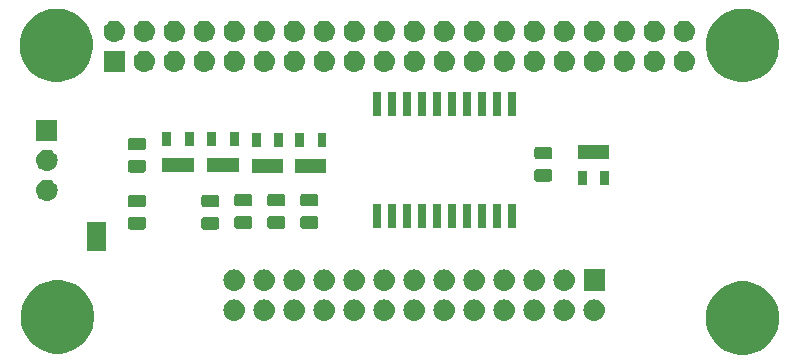
<source format=gbr>
G04 #@! TF.GenerationSoftware,KiCad,Pcbnew,(5.1.4-0-10_14)*
G04 #@! TF.CreationDate,2019-10-10T22:30:47+02:00*
G04 #@! TF.ProjectId,raspberry-to-caetla,72617370-6265-4727-9279-2d746f2d6361,1.0.8*
G04 #@! TF.SameCoordinates,Original*
G04 #@! TF.FileFunction,Soldermask,Top*
G04 #@! TF.FilePolarity,Negative*
%FSLAX46Y46*%
G04 Gerber Fmt 4.6, Leading zero omitted, Abs format (unit mm)*
G04 Created by KiCad (PCBNEW (5.1.4-0-10_14)) date 2019-10-10 22:30:47*
%MOMM*%
%LPD*%
G04 APERTURE LIST*
%ADD10C,0.100000*%
G04 APERTURE END LIST*
D10*
G36*
X112204780Y-72559565D02*
G01*
X112504237Y-72619131D01*
X113068401Y-72852815D01*
X113576135Y-73192072D01*
X114007928Y-73623865D01*
X114347185Y-74131599D01*
X114580869Y-74695763D01*
X114591798Y-74750707D01*
X114680109Y-75194675D01*
X114700000Y-75294677D01*
X114700000Y-75905323D01*
X114580869Y-76504237D01*
X114347185Y-77068401D01*
X114007928Y-77576135D01*
X113576135Y-78007928D01*
X113068401Y-78347185D01*
X112504237Y-78580869D01*
X112204780Y-78640434D01*
X111905325Y-78700000D01*
X111294675Y-78700000D01*
X110995220Y-78640434D01*
X110695763Y-78580869D01*
X110131599Y-78347185D01*
X109623865Y-78007928D01*
X109192072Y-77576135D01*
X108852815Y-77068401D01*
X108619131Y-76504237D01*
X108500000Y-75905323D01*
X108500000Y-75294677D01*
X108519892Y-75194675D01*
X108608202Y-74750707D01*
X108619131Y-74695763D01*
X108852815Y-74131599D01*
X109192072Y-73623865D01*
X109623865Y-73192072D01*
X110131599Y-72852815D01*
X110695763Y-72619131D01*
X110995220Y-72559565D01*
X111294675Y-72500000D01*
X111905325Y-72500000D01*
X112204780Y-72559565D01*
X112204780Y-72559565D01*
G37*
G36*
X54204780Y-72459566D02*
G01*
X54504237Y-72519131D01*
X55068401Y-72752815D01*
X55576135Y-73092072D01*
X56007928Y-73523865D01*
X56347185Y-74031599D01*
X56580869Y-74595763D01*
X56611689Y-74750706D01*
X56700000Y-75194675D01*
X56700000Y-75805325D01*
X56640434Y-76104780D01*
X56580869Y-76404237D01*
X56347185Y-76968401D01*
X56007928Y-77476135D01*
X55576135Y-77907928D01*
X55068401Y-78247185D01*
X54504237Y-78480869D01*
X54204780Y-78540434D01*
X53905325Y-78600000D01*
X53294675Y-78600000D01*
X52995220Y-78540434D01*
X52695763Y-78480869D01*
X52131599Y-78247185D01*
X51623865Y-77907928D01*
X51192072Y-77476135D01*
X50852815Y-76968401D01*
X50619131Y-76404237D01*
X50559566Y-76104780D01*
X50500000Y-75805325D01*
X50500000Y-75194675D01*
X50588311Y-74750706D01*
X50619131Y-74595763D01*
X50852815Y-74031599D01*
X51192072Y-73523865D01*
X51623865Y-73092072D01*
X52131599Y-72752815D01*
X52695763Y-72519131D01*
X52995220Y-72459566D01*
X53294675Y-72400000D01*
X53905325Y-72400000D01*
X54204780Y-72459566D01*
X54204780Y-72459566D01*
G37*
G36*
X99239294Y-74028633D02*
G01*
X99411695Y-74080931D01*
X99570583Y-74165858D01*
X99709849Y-74280151D01*
X99824142Y-74419417D01*
X99909069Y-74578305D01*
X99961367Y-74750706D01*
X99979025Y-74930000D01*
X99961367Y-75109294D01*
X99909069Y-75281695D01*
X99824142Y-75440583D01*
X99709849Y-75579849D01*
X99570583Y-75694142D01*
X99411695Y-75779069D01*
X99239294Y-75831367D01*
X99104931Y-75844600D01*
X99015069Y-75844600D01*
X98880706Y-75831367D01*
X98708305Y-75779069D01*
X98549417Y-75694142D01*
X98410151Y-75579849D01*
X98295858Y-75440583D01*
X98210931Y-75281695D01*
X98158633Y-75109294D01*
X98140975Y-74930000D01*
X98158633Y-74750706D01*
X98210931Y-74578305D01*
X98295858Y-74419417D01*
X98410151Y-74280151D01*
X98549417Y-74165858D01*
X98708305Y-74080931D01*
X98880706Y-74028633D01*
X99015069Y-74015400D01*
X99104931Y-74015400D01*
X99239294Y-74028633D01*
X99239294Y-74028633D01*
G37*
G36*
X96699294Y-74028633D02*
G01*
X96871695Y-74080931D01*
X97030583Y-74165858D01*
X97169849Y-74280151D01*
X97284142Y-74419417D01*
X97369069Y-74578305D01*
X97421367Y-74750706D01*
X97439025Y-74930000D01*
X97421367Y-75109294D01*
X97369069Y-75281695D01*
X97284142Y-75440583D01*
X97169849Y-75579849D01*
X97030583Y-75694142D01*
X96871695Y-75779069D01*
X96699294Y-75831367D01*
X96564931Y-75844600D01*
X96475069Y-75844600D01*
X96340706Y-75831367D01*
X96168305Y-75779069D01*
X96009417Y-75694142D01*
X95870151Y-75579849D01*
X95755858Y-75440583D01*
X95670931Y-75281695D01*
X95618633Y-75109294D01*
X95600975Y-74930000D01*
X95618633Y-74750706D01*
X95670931Y-74578305D01*
X95755858Y-74419417D01*
X95870151Y-74280151D01*
X96009417Y-74165858D01*
X96168305Y-74080931D01*
X96340706Y-74028633D01*
X96475069Y-74015400D01*
X96564931Y-74015400D01*
X96699294Y-74028633D01*
X96699294Y-74028633D01*
G37*
G36*
X94159294Y-74028633D02*
G01*
X94331695Y-74080931D01*
X94490583Y-74165858D01*
X94629849Y-74280151D01*
X94744142Y-74419417D01*
X94829069Y-74578305D01*
X94881367Y-74750706D01*
X94899025Y-74930000D01*
X94881367Y-75109294D01*
X94829069Y-75281695D01*
X94744142Y-75440583D01*
X94629849Y-75579849D01*
X94490583Y-75694142D01*
X94331695Y-75779069D01*
X94159294Y-75831367D01*
X94024931Y-75844600D01*
X93935069Y-75844600D01*
X93800706Y-75831367D01*
X93628305Y-75779069D01*
X93469417Y-75694142D01*
X93330151Y-75579849D01*
X93215858Y-75440583D01*
X93130931Y-75281695D01*
X93078633Y-75109294D01*
X93060975Y-74930000D01*
X93078633Y-74750706D01*
X93130931Y-74578305D01*
X93215858Y-74419417D01*
X93330151Y-74280151D01*
X93469417Y-74165858D01*
X93628305Y-74080931D01*
X93800706Y-74028633D01*
X93935069Y-74015400D01*
X94024931Y-74015400D01*
X94159294Y-74028633D01*
X94159294Y-74028633D01*
G37*
G36*
X91619294Y-74028633D02*
G01*
X91791695Y-74080931D01*
X91950583Y-74165858D01*
X92089849Y-74280151D01*
X92204142Y-74419417D01*
X92289069Y-74578305D01*
X92341367Y-74750706D01*
X92359025Y-74930000D01*
X92341367Y-75109294D01*
X92289069Y-75281695D01*
X92204142Y-75440583D01*
X92089849Y-75579849D01*
X91950583Y-75694142D01*
X91791695Y-75779069D01*
X91619294Y-75831367D01*
X91484931Y-75844600D01*
X91395069Y-75844600D01*
X91260706Y-75831367D01*
X91088305Y-75779069D01*
X90929417Y-75694142D01*
X90790151Y-75579849D01*
X90675858Y-75440583D01*
X90590931Y-75281695D01*
X90538633Y-75109294D01*
X90520975Y-74930000D01*
X90538633Y-74750706D01*
X90590931Y-74578305D01*
X90675858Y-74419417D01*
X90790151Y-74280151D01*
X90929417Y-74165858D01*
X91088305Y-74080931D01*
X91260706Y-74028633D01*
X91395069Y-74015400D01*
X91484931Y-74015400D01*
X91619294Y-74028633D01*
X91619294Y-74028633D01*
G37*
G36*
X89079294Y-74028633D02*
G01*
X89251695Y-74080931D01*
X89410583Y-74165858D01*
X89549849Y-74280151D01*
X89664142Y-74419417D01*
X89749069Y-74578305D01*
X89801367Y-74750706D01*
X89819025Y-74930000D01*
X89801367Y-75109294D01*
X89749069Y-75281695D01*
X89664142Y-75440583D01*
X89549849Y-75579849D01*
X89410583Y-75694142D01*
X89251695Y-75779069D01*
X89079294Y-75831367D01*
X88944931Y-75844600D01*
X88855069Y-75844600D01*
X88720706Y-75831367D01*
X88548305Y-75779069D01*
X88389417Y-75694142D01*
X88250151Y-75579849D01*
X88135858Y-75440583D01*
X88050931Y-75281695D01*
X87998633Y-75109294D01*
X87980975Y-74930000D01*
X87998633Y-74750706D01*
X88050931Y-74578305D01*
X88135858Y-74419417D01*
X88250151Y-74280151D01*
X88389417Y-74165858D01*
X88548305Y-74080931D01*
X88720706Y-74028633D01*
X88855069Y-74015400D01*
X88944931Y-74015400D01*
X89079294Y-74028633D01*
X89079294Y-74028633D01*
G37*
G36*
X86539294Y-74028633D02*
G01*
X86711695Y-74080931D01*
X86870583Y-74165858D01*
X87009849Y-74280151D01*
X87124142Y-74419417D01*
X87209069Y-74578305D01*
X87261367Y-74750706D01*
X87279025Y-74930000D01*
X87261367Y-75109294D01*
X87209069Y-75281695D01*
X87124142Y-75440583D01*
X87009849Y-75579849D01*
X86870583Y-75694142D01*
X86711695Y-75779069D01*
X86539294Y-75831367D01*
X86404931Y-75844600D01*
X86315069Y-75844600D01*
X86180706Y-75831367D01*
X86008305Y-75779069D01*
X85849417Y-75694142D01*
X85710151Y-75579849D01*
X85595858Y-75440583D01*
X85510931Y-75281695D01*
X85458633Y-75109294D01*
X85440975Y-74930000D01*
X85458633Y-74750706D01*
X85510931Y-74578305D01*
X85595858Y-74419417D01*
X85710151Y-74280151D01*
X85849417Y-74165858D01*
X86008305Y-74080931D01*
X86180706Y-74028633D01*
X86315069Y-74015400D01*
X86404931Y-74015400D01*
X86539294Y-74028633D01*
X86539294Y-74028633D01*
G37*
G36*
X83999294Y-74028633D02*
G01*
X84171695Y-74080931D01*
X84330583Y-74165858D01*
X84469849Y-74280151D01*
X84584142Y-74419417D01*
X84669069Y-74578305D01*
X84721367Y-74750706D01*
X84739025Y-74930000D01*
X84721367Y-75109294D01*
X84669069Y-75281695D01*
X84584142Y-75440583D01*
X84469849Y-75579849D01*
X84330583Y-75694142D01*
X84171695Y-75779069D01*
X83999294Y-75831367D01*
X83864931Y-75844600D01*
X83775069Y-75844600D01*
X83640706Y-75831367D01*
X83468305Y-75779069D01*
X83309417Y-75694142D01*
X83170151Y-75579849D01*
X83055858Y-75440583D01*
X82970931Y-75281695D01*
X82918633Y-75109294D01*
X82900975Y-74930000D01*
X82918633Y-74750706D01*
X82970931Y-74578305D01*
X83055858Y-74419417D01*
X83170151Y-74280151D01*
X83309417Y-74165858D01*
X83468305Y-74080931D01*
X83640706Y-74028633D01*
X83775069Y-74015400D01*
X83864931Y-74015400D01*
X83999294Y-74028633D01*
X83999294Y-74028633D01*
G37*
G36*
X81459294Y-74028633D02*
G01*
X81631695Y-74080931D01*
X81790583Y-74165858D01*
X81929849Y-74280151D01*
X82044142Y-74419417D01*
X82129069Y-74578305D01*
X82181367Y-74750706D01*
X82199025Y-74930000D01*
X82181367Y-75109294D01*
X82129069Y-75281695D01*
X82044142Y-75440583D01*
X81929849Y-75579849D01*
X81790583Y-75694142D01*
X81631695Y-75779069D01*
X81459294Y-75831367D01*
X81324931Y-75844600D01*
X81235069Y-75844600D01*
X81100706Y-75831367D01*
X80928305Y-75779069D01*
X80769417Y-75694142D01*
X80630151Y-75579849D01*
X80515858Y-75440583D01*
X80430931Y-75281695D01*
X80378633Y-75109294D01*
X80360975Y-74930000D01*
X80378633Y-74750706D01*
X80430931Y-74578305D01*
X80515858Y-74419417D01*
X80630151Y-74280151D01*
X80769417Y-74165858D01*
X80928305Y-74080931D01*
X81100706Y-74028633D01*
X81235069Y-74015400D01*
X81324931Y-74015400D01*
X81459294Y-74028633D01*
X81459294Y-74028633D01*
G37*
G36*
X78919294Y-74028633D02*
G01*
X79091695Y-74080931D01*
X79250583Y-74165858D01*
X79389849Y-74280151D01*
X79504142Y-74419417D01*
X79589069Y-74578305D01*
X79641367Y-74750706D01*
X79659025Y-74930000D01*
X79641367Y-75109294D01*
X79589069Y-75281695D01*
X79504142Y-75440583D01*
X79389849Y-75579849D01*
X79250583Y-75694142D01*
X79091695Y-75779069D01*
X78919294Y-75831367D01*
X78784931Y-75844600D01*
X78695069Y-75844600D01*
X78560706Y-75831367D01*
X78388305Y-75779069D01*
X78229417Y-75694142D01*
X78090151Y-75579849D01*
X77975858Y-75440583D01*
X77890931Y-75281695D01*
X77838633Y-75109294D01*
X77820975Y-74930000D01*
X77838633Y-74750706D01*
X77890931Y-74578305D01*
X77975858Y-74419417D01*
X78090151Y-74280151D01*
X78229417Y-74165858D01*
X78388305Y-74080931D01*
X78560706Y-74028633D01*
X78695069Y-74015400D01*
X78784931Y-74015400D01*
X78919294Y-74028633D01*
X78919294Y-74028633D01*
G37*
G36*
X76379294Y-74028633D02*
G01*
X76551695Y-74080931D01*
X76710583Y-74165858D01*
X76849849Y-74280151D01*
X76964142Y-74419417D01*
X77049069Y-74578305D01*
X77101367Y-74750706D01*
X77119025Y-74930000D01*
X77101367Y-75109294D01*
X77049069Y-75281695D01*
X76964142Y-75440583D01*
X76849849Y-75579849D01*
X76710583Y-75694142D01*
X76551695Y-75779069D01*
X76379294Y-75831367D01*
X76244931Y-75844600D01*
X76155069Y-75844600D01*
X76020706Y-75831367D01*
X75848305Y-75779069D01*
X75689417Y-75694142D01*
X75550151Y-75579849D01*
X75435858Y-75440583D01*
X75350931Y-75281695D01*
X75298633Y-75109294D01*
X75280975Y-74930000D01*
X75298633Y-74750706D01*
X75350931Y-74578305D01*
X75435858Y-74419417D01*
X75550151Y-74280151D01*
X75689417Y-74165858D01*
X75848305Y-74080931D01*
X76020706Y-74028633D01*
X76155069Y-74015400D01*
X76244931Y-74015400D01*
X76379294Y-74028633D01*
X76379294Y-74028633D01*
G37*
G36*
X73839294Y-74028633D02*
G01*
X74011695Y-74080931D01*
X74170583Y-74165858D01*
X74309849Y-74280151D01*
X74424142Y-74419417D01*
X74509069Y-74578305D01*
X74561367Y-74750706D01*
X74579025Y-74930000D01*
X74561367Y-75109294D01*
X74509069Y-75281695D01*
X74424142Y-75440583D01*
X74309849Y-75579849D01*
X74170583Y-75694142D01*
X74011695Y-75779069D01*
X73839294Y-75831367D01*
X73704931Y-75844600D01*
X73615069Y-75844600D01*
X73480706Y-75831367D01*
X73308305Y-75779069D01*
X73149417Y-75694142D01*
X73010151Y-75579849D01*
X72895858Y-75440583D01*
X72810931Y-75281695D01*
X72758633Y-75109294D01*
X72740975Y-74930000D01*
X72758633Y-74750706D01*
X72810931Y-74578305D01*
X72895858Y-74419417D01*
X73010151Y-74280151D01*
X73149417Y-74165858D01*
X73308305Y-74080931D01*
X73480706Y-74028633D01*
X73615069Y-74015400D01*
X73704931Y-74015400D01*
X73839294Y-74028633D01*
X73839294Y-74028633D01*
G37*
G36*
X71299294Y-74028633D02*
G01*
X71471695Y-74080931D01*
X71630583Y-74165858D01*
X71769849Y-74280151D01*
X71884142Y-74419417D01*
X71969069Y-74578305D01*
X72021367Y-74750706D01*
X72039025Y-74930000D01*
X72021367Y-75109294D01*
X71969069Y-75281695D01*
X71884142Y-75440583D01*
X71769849Y-75579849D01*
X71630583Y-75694142D01*
X71471695Y-75779069D01*
X71299294Y-75831367D01*
X71164931Y-75844600D01*
X71075069Y-75844600D01*
X70940706Y-75831367D01*
X70768305Y-75779069D01*
X70609417Y-75694142D01*
X70470151Y-75579849D01*
X70355858Y-75440583D01*
X70270931Y-75281695D01*
X70218633Y-75109294D01*
X70200975Y-74930000D01*
X70218633Y-74750706D01*
X70270931Y-74578305D01*
X70355858Y-74419417D01*
X70470151Y-74280151D01*
X70609417Y-74165858D01*
X70768305Y-74080931D01*
X70940706Y-74028633D01*
X71075069Y-74015400D01*
X71164931Y-74015400D01*
X71299294Y-74028633D01*
X71299294Y-74028633D01*
G37*
G36*
X68759294Y-74028633D02*
G01*
X68931695Y-74080931D01*
X69090583Y-74165858D01*
X69229849Y-74280151D01*
X69344142Y-74419417D01*
X69429069Y-74578305D01*
X69481367Y-74750706D01*
X69499025Y-74930000D01*
X69481367Y-75109294D01*
X69429069Y-75281695D01*
X69344142Y-75440583D01*
X69229849Y-75579849D01*
X69090583Y-75694142D01*
X68931695Y-75779069D01*
X68759294Y-75831367D01*
X68624931Y-75844600D01*
X68535069Y-75844600D01*
X68400706Y-75831367D01*
X68228305Y-75779069D01*
X68069417Y-75694142D01*
X67930151Y-75579849D01*
X67815858Y-75440583D01*
X67730931Y-75281695D01*
X67678633Y-75109294D01*
X67660975Y-74930000D01*
X67678633Y-74750706D01*
X67730931Y-74578305D01*
X67815858Y-74419417D01*
X67930151Y-74280151D01*
X68069417Y-74165858D01*
X68228305Y-74080931D01*
X68400706Y-74028633D01*
X68535069Y-74015400D01*
X68624931Y-74015400D01*
X68759294Y-74028633D01*
X68759294Y-74028633D01*
G37*
G36*
X89079294Y-71488633D02*
G01*
X89251695Y-71540931D01*
X89410583Y-71625858D01*
X89549849Y-71740151D01*
X89664142Y-71879417D01*
X89749069Y-72038305D01*
X89801367Y-72210706D01*
X89819025Y-72390000D01*
X89801367Y-72569294D01*
X89749069Y-72741695D01*
X89664142Y-72900583D01*
X89549849Y-73039849D01*
X89410583Y-73154142D01*
X89251695Y-73239069D01*
X89079294Y-73291367D01*
X88944931Y-73304600D01*
X88855069Y-73304600D01*
X88720706Y-73291367D01*
X88548305Y-73239069D01*
X88389417Y-73154142D01*
X88250151Y-73039849D01*
X88135858Y-72900583D01*
X88050931Y-72741695D01*
X87998633Y-72569294D01*
X87980975Y-72390000D01*
X87998633Y-72210706D01*
X88050931Y-72038305D01*
X88135858Y-71879417D01*
X88250151Y-71740151D01*
X88389417Y-71625858D01*
X88548305Y-71540931D01*
X88720706Y-71488633D01*
X88855069Y-71475400D01*
X88944931Y-71475400D01*
X89079294Y-71488633D01*
X89079294Y-71488633D01*
G37*
G36*
X81459294Y-71488633D02*
G01*
X81631695Y-71540931D01*
X81790583Y-71625858D01*
X81929849Y-71740151D01*
X82044142Y-71879417D01*
X82129069Y-72038305D01*
X82181367Y-72210706D01*
X82199025Y-72390000D01*
X82181367Y-72569294D01*
X82129069Y-72741695D01*
X82044142Y-72900583D01*
X81929849Y-73039849D01*
X81790583Y-73154142D01*
X81631695Y-73239069D01*
X81459294Y-73291367D01*
X81324931Y-73304600D01*
X81235069Y-73304600D01*
X81100706Y-73291367D01*
X80928305Y-73239069D01*
X80769417Y-73154142D01*
X80630151Y-73039849D01*
X80515858Y-72900583D01*
X80430931Y-72741695D01*
X80378633Y-72569294D01*
X80360975Y-72390000D01*
X80378633Y-72210706D01*
X80430931Y-72038305D01*
X80515858Y-71879417D01*
X80630151Y-71740151D01*
X80769417Y-71625858D01*
X80928305Y-71540931D01*
X81100706Y-71488633D01*
X81235069Y-71475400D01*
X81324931Y-71475400D01*
X81459294Y-71488633D01*
X81459294Y-71488633D01*
G37*
G36*
X99974600Y-73304600D02*
G01*
X98145400Y-73304600D01*
X98145400Y-71475400D01*
X99974600Y-71475400D01*
X99974600Y-73304600D01*
X99974600Y-73304600D01*
G37*
G36*
X96699294Y-71488633D02*
G01*
X96871695Y-71540931D01*
X97030583Y-71625858D01*
X97169849Y-71740151D01*
X97284142Y-71879417D01*
X97369069Y-72038305D01*
X97421367Y-72210706D01*
X97439025Y-72390000D01*
X97421367Y-72569294D01*
X97369069Y-72741695D01*
X97284142Y-72900583D01*
X97169849Y-73039849D01*
X97030583Y-73154142D01*
X96871695Y-73239069D01*
X96699294Y-73291367D01*
X96564931Y-73304600D01*
X96475069Y-73304600D01*
X96340706Y-73291367D01*
X96168305Y-73239069D01*
X96009417Y-73154142D01*
X95870151Y-73039849D01*
X95755858Y-72900583D01*
X95670931Y-72741695D01*
X95618633Y-72569294D01*
X95600975Y-72390000D01*
X95618633Y-72210706D01*
X95670931Y-72038305D01*
X95755858Y-71879417D01*
X95870151Y-71740151D01*
X96009417Y-71625858D01*
X96168305Y-71540931D01*
X96340706Y-71488633D01*
X96475069Y-71475400D01*
X96564931Y-71475400D01*
X96699294Y-71488633D01*
X96699294Y-71488633D01*
G37*
G36*
X86539294Y-71488633D02*
G01*
X86711695Y-71540931D01*
X86870583Y-71625858D01*
X87009849Y-71740151D01*
X87124142Y-71879417D01*
X87209069Y-72038305D01*
X87261367Y-72210706D01*
X87279025Y-72390000D01*
X87261367Y-72569294D01*
X87209069Y-72741695D01*
X87124142Y-72900583D01*
X87009849Y-73039849D01*
X86870583Y-73154142D01*
X86711695Y-73239069D01*
X86539294Y-73291367D01*
X86404931Y-73304600D01*
X86315069Y-73304600D01*
X86180706Y-73291367D01*
X86008305Y-73239069D01*
X85849417Y-73154142D01*
X85710151Y-73039849D01*
X85595858Y-72900583D01*
X85510931Y-72741695D01*
X85458633Y-72569294D01*
X85440975Y-72390000D01*
X85458633Y-72210706D01*
X85510931Y-72038305D01*
X85595858Y-71879417D01*
X85710151Y-71740151D01*
X85849417Y-71625858D01*
X86008305Y-71540931D01*
X86180706Y-71488633D01*
X86315069Y-71475400D01*
X86404931Y-71475400D01*
X86539294Y-71488633D01*
X86539294Y-71488633D01*
G37*
G36*
X94159294Y-71488633D02*
G01*
X94331695Y-71540931D01*
X94490583Y-71625858D01*
X94629849Y-71740151D01*
X94744142Y-71879417D01*
X94829069Y-72038305D01*
X94881367Y-72210706D01*
X94899025Y-72390000D01*
X94881367Y-72569294D01*
X94829069Y-72741695D01*
X94744142Y-72900583D01*
X94629849Y-73039849D01*
X94490583Y-73154142D01*
X94331695Y-73239069D01*
X94159294Y-73291367D01*
X94024931Y-73304600D01*
X93935069Y-73304600D01*
X93800706Y-73291367D01*
X93628305Y-73239069D01*
X93469417Y-73154142D01*
X93330151Y-73039849D01*
X93215858Y-72900583D01*
X93130931Y-72741695D01*
X93078633Y-72569294D01*
X93060975Y-72390000D01*
X93078633Y-72210706D01*
X93130931Y-72038305D01*
X93215858Y-71879417D01*
X93330151Y-71740151D01*
X93469417Y-71625858D01*
X93628305Y-71540931D01*
X93800706Y-71488633D01*
X93935069Y-71475400D01*
X94024931Y-71475400D01*
X94159294Y-71488633D01*
X94159294Y-71488633D01*
G37*
G36*
X68759294Y-71488633D02*
G01*
X68931695Y-71540931D01*
X69090583Y-71625858D01*
X69229849Y-71740151D01*
X69344142Y-71879417D01*
X69429069Y-72038305D01*
X69481367Y-72210706D01*
X69499025Y-72390000D01*
X69481367Y-72569294D01*
X69429069Y-72741695D01*
X69344142Y-72900583D01*
X69229849Y-73039849D01*
X69090583Y-73154142D01*
X68931695Y-73239069D01*
X68759294Y-73291367D01*
X68624931Y-73304600D01*
X68535069Y-73304600D01*
X68400706Y-73291367D01*
X68228305Y-73239069D01*
X68069417Y-73154142D01*
X67930151Y-73039849D01*
X67815858Y-72900583D01*
X67730931Y-72741695D01*
X67678633Y-72569294D01*
X67660975Y-72390000D01*
X67678633Y-72210706D01*
X67730931Y-72038305D01*
X67815858Y-71879417D01*
X67930151Y-71740151D01*
X68069417Y-71625858D01*
X68228305Y-71540931D01*
X68400706Y-71488633D01*
X68535069Y-71475400D01*
X68624931Y-71475400D01*
X68759294Y-71488633D01*
X68759294Y-71488633D01*
G37*
G36*
X71299294Y-71488633D02*
G01*
X71471695Y-71540931D01*
X71630583Y-71625858D01*
X71769849Y-71740151D01*
X71884142Y-71879417D01*
X71969069Y-72038305D01*
X72021367Y-72210706D01*
X72039025Y-72390000D01*
X72021367Y-72569294D01*
X71969069Y-72741695D01*
X71884142Y-72900583D01*
X71769849Y-73039849D01*
X71630583Y-73154142D01*
X71471695Y-73239069D01*
X71299294Y-73291367D01*
X71164931Y-73304600D01*
X71075069Y-73304600D01*
X70940706Y-73291367D01*
X70768305Y-73239069D01*
X70609417Y-73154142D01*
X70470151Y-73039849D01*
X70355858Y-72900583D01*
X70270931Y-72741695D01*
X70218633Y-72569294D01*
X70200975Y-72390000D01*
X70218633Y-72210706D01*
X70270931Y-72038305D01*
X70355858Y-71879417D01*
X70470151Y-71740151D01*
X70609417Y-71625858D01*
X70768305Y-71540931D01*
X70940706Y-71488633D01*
X71075069Y-71475400D01*
X71164931Y-71475400D01*
X71299294Y-71488633D01*
X71299294Y-71488633D01*
G37*
G36*
X73839294Y-71488633D02*
G01*
X74011695Y-71540931D01*
X74170583Y-71625858D01*
X74309849Y-71740151D01*
X74424142Y-71879417D01*
X74509069Y-72038305D01*
X74561367Y-72210706D01*
X74579025Y-72390000D01*
X74561367Y-72569294D01*
X74509069Y-72741695D01*
X74424142Y-72900583D01*
X74309849Y-73039849D01*
X74170583Y-73154142D01*
X74011695Y-73239069D01*
X73839294Y-73291367D01*
X73704931Y-73304600D01*
X73615069Y-73304600D01*
X73480706Y-73291367D01*
X73308305Y-73239069D01*
X73149417Y-73154142D01*
X73010151Y-73039849D01*
X72895858Y-72900583D01*
X72810931Y-72741695D01*
X72758633Y-72569294D01*
X72740975Y-72390000D01*
X72758633Y-72210706D01*
X72810931Y-72038305D01*
X72895858Y-71879417D01*
X73010151Y-71740151D01*
X73149417Y-71625858D01*
X73308305Y-71540931D01*
X73480706Y-71488633D01*
X73615069Y-71475400D01*
X73704931Y-71475400D01*
X73839294Y-71488633D01*
X73839294Y-71488633D01*
G37*
G36*
X91619294Y-71488633D02*
G01*
X91791695Y-71540931D01*
X91950583Y-71625858D01*
X92089849Y-71740151D01*
X92204142Y-71879417D01*
X92289069Y-72038305D01*
X92341367Y-72210706D01*
X92359025Y-72390000D01*
X92341367Y-72569294D01*
X92289069Y-72741695D01*
X92204142Y-72900583D01*
X92089849Y-73039849D01*
X91950583Y-73154142D01*
X91791695Y-73239069D01*
X91619294Y-73291367D01*
X91484931Y-73304600D01*
X91395069Y-73304600D01*
X91260706Y-73291367D01*
X91088305Y-73239069D01*
X90929417Y-73154142D01*
X90790151Y-73039849D01*
X90675858Y-72900583D01*
X90590931Y-72741695D01*
X90538633Y-72569294D01*
X90520975Y-72390000D01*
X90538633Y-72210706D01*
X90590931Y-72038305D01*
X90675858Y-71879417D01*
X90790151Y-71740151D01*
X90929417Y-71625858D01*
X91088305Y-71540931D01*
X91260706Y-71488633D01*
X91395069Y-71475400D01*
X91484931Y-71475400D01*
X91619294Y-71488633D01*
X91619294Y-71488633D01*
G37*
G36*
X76379294Y-71488633D02*
G01*
X76551695Y-71540931D01*
X76710583Y-71625858D01*
X76849849Y-71740151D01*
X76964142Y-71879417D01*
X77049069Y-72038305D01*
X77101367Y-72210706D01*
X77119025Y-72390000D01*
X77101367Y-72569294D01*
X77049069Y-72741695D01*
X76964142Y-72900583D01*
X76849849Y-73039849D01*
X76710583Y-73154142D01*
X76551695Y-73239069D01*
X76379294Y-73291367D01*
X76244931Y-73304600D01*
X76155069Y-73304600D01*
X76020706Y-73291367D01*
X75848305Y-73239069D01*
X75689417Y-73154142D01*
X75550151Y-73039849D01*
X75435858Y-72900583D01*
X75350931Y-72741695D01*
X75298633Y-72569294D01*
X75280975Y-72390000D01*
X75298633Y-72210706D01*
X75350931Y-72038305D01*
X75435858Y-71879417D01*
X75550151Y-71740151D01*
X75689417Y-71625858D01*
X75848305Y-71540931D01*
X76020706Y-71488633D01*
X76155069Y-71475400D01*
X76244931Y-71475400D01*
X76379294Y-71488633D01*
X76379294Y-71488633D01*
G37*
G36*
X78919294Y-71488633D02*
G01*
X79091695Y-71540931D01*
X79250583Y-71625858D01*
X79389849Y-71740151D01*
X79504142Y-71879417D01*
X79589069Y-72038305D01*
X79641367Y-72210706D01*
X79659025Y-72390000D01*
X79641367Y-72569294D01*
X79589069Y-72741695D01*
X79504142Y-72900583D01*
X79389849Y-73039849D01*
X79250583Y-73154142D01*
X79091695Y-73239069D01*
X78919294Y-73291367D01*
X78784931Y-73304600D01*
X78695069Y-73304600D01*
X78560706Y-73291367D01*
X78388305Y-73239069D01*
X78229417Y-73154142D01*
X78090151Y-73039849D01*
X77975858Y-72900583D01*
X77890931Y-72741695D01*
X77838633Y-72569294D01*
X77820975Y-72390000D01*
X77838633Y-72210706D01*
X77890931Y-72038305D01*
X77975858Y-71879417D01*
X78090151Y-71740151D01*
X78229417Y-71625858D01*
X78388305Y-71540931D01*
X78560706Y-71488633D01*
X78695069Y-71475400D01*
X78784931Y-71475400D01*
X78919294Y-71488633D01*
X78919294Y-71488633D01*
G37*
G36*
X83999294Y-71488633D02*
G01*
X84171695Y-71540931D01*
X84330583Y-71625858D01*
X84469849Y-71740151D01*
X84584142Y-71879417D01*
X84669069Y-72038305D01*
X84721367Y-72210706D01*
X84739025Y-72390000D01*
X84721367Y-72569294D01*
X84669069Y-72741695D01*
X84584142Y-72900583D01*
X84469849Y-73039849D01*
X84330583Y-73154142D01*
X84171695Y-73239069D01*
X83999294Y-73291367D01*
X83864931Y-73304600D01*
X83775069Y-73304600D01*
X83640706Y-73291367D01*
X83468305Y-73239069D01*
X83309417Y-73154142D01*
X83170151Y-73039849D01*
X83055858Y-72900583D01*
X82970931Y-72741695D01*
X82918633Y-72569294D01*
X82900975Y-72390000D01*
X82918633Y-72210706D01*
X82970931Y-72038305D01*
X83055858Y-71879417D01*
X83170151Y-71740151D01*
X83309417Y-71625858D01*
X83468305Y-71540931D01*
X83640706Y-71488633D01*
X83775069Y-71475400D01*
X83864931Y-71475400D01*
X83999294Y-71488633D01*
X83999294Y-71488633D01*
G37*
G36*
X57697000Y-69893000D02*
G01*
X56095000Y-69893000D01*
X56095000Y-67491000D01*
X57697000Y-67491000D01*
X57697000Y-69893000D01*
X57697000Y-69893000D01*
G37*
G36*
X60909468Y-67030065D02*
G01*
X60948138Y-67041796D01*
X60983777Y-67060846D01*
X61015017Y-67086483D01*
X61040654Y-67117723D01*
X61059704Y-67153362D01*
X61071435Y-67192032D01*
X61076000Y-67238388D01*
X61076000Y-67889612D01*
X61071435Y-67935968D01*
X61059704Y-67974638D01*
X61040654Y-68010277D01*
X61015017Y-68041517D01*
X60983777Y-68067154D01*
X60948138Y-68086204D01*
X60909468Y-68097935D01*
X60863112Y-68102500D01*
X59786888Y-68102500D01*
X59740532Y-68097935D01*
X59701862Y-68086204D01*
X59666223Y-68067154D01*
X59634983Y-68041517D01*
X59609346Y-68010277D01*
X59590296Y-67974638D01*
X59578565Y-67935968D01*
X59574000Y-67889612D01*
X59574000Y-67238388D01*
X59578565Y-67192032D01*
X59590296Y-67153362D01*
X59609346Y-67117723D01*
X59634983Y-67086483D01*
X59666223Y-67060846D01*
X59701862Y-67041796D01*
X59740532Y-67030065D01*
X59786888Y-67025500D01*
X60863112Y-67025500D01*
X60909468Y-67030065D01*
X60909468Y-67030065D01*
G37*
G36*
X67132468Y-67030065D02*
G01*
X67171138Y-67041796D01*
X67206777Y-67060846D01*
X67238017Y-67086483D01*
X67263654Y-67117723D01*
X67282704Y-67153362D01*
X67294435Y-67192032D01*
X67299000Y-67238388D01*
X67299000Y-67889612D01*
X67294435Y-67935968D01*
X67282704Y-67974638D01*
X67263654Y-68010277D01*
X67238017Y-68041517D01*
X67206777Y-68067154D01*
X67171138Y-68086204D01*
X67132468Y-68097935D01*
X67086112Y-68102500D01*
X66009888Y-68102500D01*
X65963532Y-68097935D01*
X65924862Y-68086204D01*
X65889223Y-68067154D01*
X65857983Y-68041517D01*
X65832346Y-68010277D01*
X65813296Y-67974638D01*
X65801565Y-67935968D01*
X65797000Y-67889612D01*
X65797000Y-67238388D01*
X65801565Y-67192032D01*
X65813296Y-67153362D01*
X65832346Y-67117723D01*
X65857983Y-67086483D01*
X65889223Y-67060846D01*
X65924862Y-67041796D01*
X65963532Y-67030065D01*
X66009888Y-67025500D01*
X67086112Y-67025500D01*
X67132468Y-67030065D01*
X67132468Y-67030065D01*
G37*
G36*
X75514468Y-66951565D02*
G01*
X75553138Y-66963296D01*
X75588777Y-66982346D01*
X75620017Y-67007983D01*
X75645654Y-67039223D01*
X75664704Y-67074862D01*
X75676435Y-67113532D01*
X75681000Y-67159888D01*
X75681000Y-67811112D01*
X75676435Y-67857468D01*
X75664704Y-67896138D01*
X75645654Y-67931777D01*
X75620017Y-67963017D01*
X75588777Y-67988654D01*
X75553138Y-68007704D01*
X75514468Y-68019435D01*
X75468112Y-68024000D01*
X74391888Y-68024000D01*
X74345532Y-68019435D01*
X74306862Y-68007704D01*
X74271223Y-67988654D01*
X74239983Y-67963017D01*
X74214346Y-67931777D01*
X74195296Y-67896138D01*
X74183565Y-67857468D01*
X74179000Y-67811112D01*
X74179000Y-67159888D01*
X74183565Y-67113532D01*
X74195296Y-67074862D01*
X74214346Y-67039223D01*
X74239983Y-67007983D01*
X74271223Y-66982346D01*
X74306862Y-66963296D01*
X74345532Y-66951565D01*
X74391888Y-66947000D01*
X75468112Y-66947000D01*
X75514468Y-66951565D01*
X75514468Y-66951565D01*
G37*
G36*
X69926468Y-66951565D02*
G01*
X69965138Y-66963296D01*
X70000777Y-66982346D01*
X70032017Y-67007983D01*
X70057654Y-67039223D01*
X70076704Y-67074862D01*
X70088435Y-67113532D01*
X70093000Y-67159888D01*
X70093000Y-67811112D01*
X70088435Y-67857468D01*
X70076704Y-67896138D01*
X70057654Y-67931777D01*
X70032017Y-67963017D01*
X70000777Y-67988654D01*
X69965138Y-68007704D01*
X69926468Y-68019435D01*
X69880112Y-68024000D01*
X68803888Y-68024000D01*
X68757532Y-68019435D01*
X68718862Y-68007704D01*
X68683223Y-67988654D01*
X68651983Y-67963017D01*
X68626346Y-67931777D01*
X68607296Y-67896138D01*
X68595565Y-67857468D01*
X68591000Y-67811112D01*
X68591000Y-67159888D01*
X68595565Y-67113532D01*
X68607296Y-67074862D01*
X68626346Y-67039223D01*
X68651983Y-67007983D01*
X68683223Y-66982346D01*
X68718862Y-66963296D01*
X68757532Y-66951565D01*
X68803888Y-66947000D01*
X69880112Y-66947000D01*
X69926468Y-66951565D01*
X69926468Y-66951565D01*
G37*
G36*
X72720468Y-66951565D02*
G01*
X72759138Y-66963296D01*
X72794777Y-66982346D01*
X72826017Y-67007983D01*
X72851654Y-67039223D01*
X72870704Y-67074862D01*
X72882435Y-67113532D01*
X72887000Y-67159888D01*
X72887000Y-67811112D01*
X72882435Y-67857468D01*
X72870704Y-67896138D01*
X72851654Y-67931777D01*
X72826017Y-67963017D01*
X72794777Y-67988654D01*
X72759138Y-68007704D01*
X72720468Y-68019435D01*
X72674112Y-68024000D01*
X71597888Y-68024000D01*
X71551532Y-68019435D01*
X71512862Y-68007704D01*
X71477223Y-67988654D01*
X71445983Y-67963017D01*
X71420346Y-67931777D01*
X71401296Y-67896138D01*
X71389565Y-67857468D01*
X71385000Y-67811112D01*
X71385000Y-67159888D01*
X71389565Y-67113532D01*
X71401296Y-67074862D01*
X71420346Y-67039223D01*
X71445983Y-67007983D01*
X71477223Y-66982346D01*
X71512862Y-66963296D01*
X71551532Y-66951565D01*
X71597888Y-66947000D01*
X72674112Y-66947000D01*
X72720468Y-66951565D01*
X72720468Y-66951565D01*
G37*
G36*
X80971000Y-68006000D02*
G01*
X80319000Y-68006000D01*
X80319000Y-65954000D01*
X80971000Y-65954000D01*
X80971000Y-68006000D01*
X80971000Y-68006000D01*
G37*
G36*
X82241000Y-68006000D02*
G01*
X81589000Y-68006000D01*
X81589000Y-65954000D01*
X82241000Y-65954000D01*
X82241000Y-68006000D01*
X82241000Y-68006000D01*
G37*
G36*
X83511000Y-68006000D02*
G01*
X82859000Y-68006000D01*
X82859000Y-65954000D01*
X83511000Y-65954000D01*
X83511000Y-68006000D01*
X83511000Y-68006000D01*
G37*
G36*
X84781000Y-68006000D02*
G01*
X84129000Y-68006000D01*
X84129000Y-65954000D01*
X84781000Y-65954000D01*
X84781000Y-68006000D01*
X84781000Y-68006000D01*
G37*
G36*
X86051000Y-68006000D02*
G01*
X85399000Y-68006000D01*
X85399000Y-65954000D01*
X86051000Y-65954000D01*
X86051000Y-68006000D01*
X86051000Y-68006000D01*
G37*
G36*
X87321000Y-68006000D02*
G01*
X86669000Y-68006000D01*
X86669000Y-65954000D01*
X87321000Y-65954000D01*
X87321000Y-68006000D01*
X87321000Y-68006000D01*
G37*
G36*
X88591000Y-68006000D02*
G01*
X87939000Y-68006000D01*
X87939000Y-65954000D01*
X88591000Y-65954000D01*
X88591000Y-68006000D01*
X88591000Y-68006000D01*
G37*
G36*
X89861000Y-68006000D02*
G01*
X89209000Y-68006000D01*
X89209000Y-65954000D01*
X89861000Y-65954000D01*
X89861000Y-68006000D01*
X89861000Y-68006000D01*
G37*
G36*
X91131000Y-68006000D02*
G01*
X90479000Y-68006000D01*
X90479000Y-65954000D01*
X91131000Y-65954000D01*
X91131000Y-68006000D01*
X91131000Y-68006000D01*
G37*
G36*
X92401000Y-68006000D02*
G01*
X91749000Y-68006000D01*
X91749000Y-65954000D01*
X92401000Y-65954000D01*
X92401000Y-68006000D01*
X92401000Y-68006000D01*
G37*
G36*
X67132468Y-65155065D02*
G01*
X67171138Y-65166796D01*
X67206777Y-65185846D01*
X67238017Y-65211483D01*
X67263654Y-65242723D01*
X67282704Y-65278362D01*
X67294435Y-65317032D01*
X67299000Y-65363388D01*
X67299000Y-66014612D01*
X67294435Y-66060968D01*
X67282704Y-66099638D01*
X67263654Y-66135277D01*
X67238017Y-66166517D01*
X67206777Y-66192154D01*
X67171138Y-66211204D01*
X67132468Y-66222935D01*
X67086112Y-66227500D01*
X66009888Y-66227500D01*
X65963532Y-66222935D01*
X65924862Y-66211204D01*
X65889223Y-66192154D01*
X65857983Y-66166517D01*
X65832346Y-66135277D01*
X65813296Y-66099638D01*
X65801565Y-66060968D01*
X65797000Y-66014612D01*
X65797000Y-65363388D01*
X65801565Y-65317032D01*
X65813296Y-65278362D01*
X65832346Y-65242723D01*
X65857983Y-65211483D01*
X65889223Y-65185846D01*
X65924862Y-65166796D01*
X65963532Y-65155065D01*
X66009888Y-65150500D01*
X67086112Y-65150500D01*
X67132468Y-65155065D01*
X67132468Y-65155065D01*
G37*
G36*
X60909468Y-65155065D02*
G01*
X60948138Y-65166796D01*
X60983777Y-65185846D01*
X61015017Y-65211483D01*
X61040654Y-65242723D01*
X61059704Y-65278362D01*
X61071435Y-65317032D01*
X61076000Y-65363388D01*
X61076000Y-66014612D01*
X61071435Y-66060968D01*
X61059704Y-66099638D01*
X61040654Y-66135277D01*
X61015017Y-66166517D01*
X60983777Y-66192154D01*
X60948138Y-66211204D01*
X60909468Y-66222935D01*
X60863112Y-66227500D01*
X59786888Y-66227500D01*
X59740532Y-66222935D01*
X59701862Y-66211204D01*
X59666223Y-66192154D01*
X59634983Y-66166517D01*
X59609346Y-66135277D01*
X59590296Y-66099638D01*
X59578565Y-66060968D01*
X59574000Y-66014612D01*
X59574000Y-65363388D01*
X59578565Y-65317032D01*
X59590296Y-65278362D01*
X59609346Y-65242723D01*
X59634983Y-65211483D01*
X59666223Y-65185846D01*
X59701862Y-65166796D01*
X59740532Y-65155065D01*
X59786888Y-65150500D01*
X60863112Y-65150500D01*
X60909468Y-65155065D01*
X60909468Y-65155065D01*
G37*
G36*
X69926468Y-65076565D02*
G01*
X69965138Y-65088296D01*
X70000777Y-65107346D01*
X70032017Y-65132983D01*
X70057654Y-65164223D01*
X70076704Y-65199862D01*
X70088435Y-65238532D01*
X70093000Y-65284888D01*
X70093000Y-65936112D01*
X70088435Y-65982468D01*
X70076704Y-66021138D01*
X70057654Y-66056777D01*
X70032017Y-66088017D01*
X70000777Y-66113654D01*
X69965138Y-66132704D01*
X69926468Y-66144435D01*
X69880112Y-66149000D01*
X68803888Y-66149000D01*
X68757532Y-66144435D01*
X68718862Y-66132704D01*
X68683223Y-66113654D01*
X68651983Y-66088017D01*
X68626346Y-66056777D01*
X68607296Y-66021138D01*
X68595565Y-65982468D01*
X68591000Y-65936112D01*
X68591000Y-65284888D01*
X68595565Y-65238532D01*
X68607296Y-65199862D01*
X68626346Y-65164223D01*
X68651983Y-65132983D01*
X68683223Y-65107346D01*
X68718862Y-65088296D01*
X68757532Y-65076565D01*
X68803888Y-65072000D01*
X69880112Y-65072000D01*
X69926468Y-65076565D01*
X69926468Y-65076565D01*
G37*
G36*
X75514468Y-65076565D02*
G01*
X75553138Y-65088296D01*
X75588777Y-65107346D01*
X75620017Y-65132983D01*
X75645654Y-65164223D01*
X75664704Y-65199862D01*
X75676435Y-65238532D01*
X75681000Y-65284888D01*
X75681000Y-65936112D01*
X75676435Y-65982468D01*
X75664704Y-66021138D01*
X75645654Y-66056777D01*
X75620017Y-66088017D01*
X75588777Y-66113654D01*
X75553138Y-66132704D01*
X75514468Y-66144435D01*
X75468112Y-66149000D01*
X74391888Y-66149000D01*
X74345532Y-66144435D01*
X74306862Y-66132704D01*
X74271223Y-66113654D01*
X74239983Y-66088017D01*
X74214346Y-66056777D01*
X74195296Y-66021138D01*
X74183565Y-65982468D01*
X74179000Y-65936112D01*
X74179000Y-65284888D01*
X74183565Y-65238532D01*
X74195296Y-65199862D01*
X74214346Y-65164223D01*
X74239983Y-65132983D01*
X74271223Y-65107346D01*
X74306862Y-65088296D01*
X74345532Y-65076565D01*
X74391888Y-65072000D01*
X75468112Y-65072000D01*
X75514468Y-65076565D01*
X75514468Y-65076565D01*
G37*
G36*
X72720468Y-65076565D02*
G01*
X72759138Y-65088296D01*
X72794777Y-65107346D01*
X72826017Y-65132983D01*
X72851654Y-65164223D01*
X72870704Y-65199862D01*
X72882435Y-65238532D01*
X72887000Y-65284888D01*
X72887000Y-65936112D01*
X72882435Y-65982468D01*
X72870704Y-66021138D01*
X72851654Y-66056777D01*
X72826017Y-66088017D01*
X72794777Y-66113654D01*
X72759138Y-66132704D01*
X72720468Y-66144435D01*
X72674112Y-66149000D01*
X71597888Y-66149000D01*
X71551532Y-66144435D01*
X71512862Y-66132704D01*
X71477223Y-66113654D01*
X71445983Y-66088017D01*
X71420346Y-66056777D01*
X71401296Y-66021138D01*
X71389565Y-65982468D01*
X71385000Y-65936112D01*
X71385000Y-65284888D01*
X71389565Y-65238532D01*
X71401296Y-65199862D01*
X71420346Y-65164223D01*
X71445983Y-65132983D01*
X71477223Y-65107346D01*
X71512862Y-65088296D01*
X71551532Y-65076565D01*
X71597888Y-65072000D01*
X72674112Y-65072000D01*
X72720468Y-65076565D01*
X72720468Y-65076565D01*
G37*
G36*
X52815442Y-63875518D02*
G01*
X52881627Y-63882037D01*
X53051466Y-63933557D01*
X53207991Y-64017222D01*
X53233918Y-64038500D01*
X53345186Y-64129814D01*
X53428448Y-64231271D01*
X53457778Y-64267009D01*
X53541443Y-64423534D01*
X53592963Y-64593373D01*
X53610359Y-64770000D01*
X53592963Y-64946627D01*
X53541443Y-65116466D01*
X53457778Y-65272991D01*
X53428448Y-65308729D01*
X53345186Y-65410186D01*
X53243729Y-65493448D01*
X53207991Y-65522778D01*
X53051466Y-65606443D01*
X52881627Y-65657963D01*
X52815442Y-65664482D01*
X52749260Y-65671000D01*
X52660740Y-65671000D01*
X52594558Y-65664482D01*
X52528373Y-65657963D01*
X52358534Y-65606443D01*
X52202009Y-65522778D01*
X52166271Y-65493448D01*
X52064814Y-65410186D01*
X51981552Y-65308729D01*
X51952222Y-65272991D01*
X51868557Y-65116466D01*
X51817037Y-64946627D01*
X51799641Y-64770000D01*
X51817037Y-64593373D01*
X51868557Y-64423534D01*
X51952222Y-64267009D01*
X51981552Y-64231271D01*
X52064814Y-64129814D01*
X52176082Y-64038500D01*
X52202009Y-64017222D01*
X52358534Y-63933557D01*
X52528373Y-63882037D01*
X52594558Y-63875518D01*
X52660740Y-63869000D01*
X52749260Y-63869000D01*
X52815442Y-63875518D01*
X52815442Y-63875518D01*
G37*
G36*
X98420000Y-64335000D02*
G01*
X97668000Y-64335000D01*
X97668000Y-63173000D01*
X98420000Y-63173000D01*
X98420000Y-64335000D01*
X98420000Y-64335000D01*
G37*
G36*
X100320000Y-64335000D02*
G01*
X99568000Y-64335000D01*
X99568000Y-63173000D01*
X100320000Y-63173000D01*
X100320000Y-64335000D01*
X100320000Y-64335000D01*
G37*
G36*
X95326468Y-62966065D02*
G01*
X95365138Y-62977796D01*
X95400777Y-62996846D01*
X95432017Y-63022483D01*
X95457654Y-63053723D01*
X95476704Y-63089362D01*
X95488435Y-63128032D01*
X95493000Y-63174388D01*
X95493000Y-63825612D01*
X95488435Y-63871968D01*
X95476704Y-63910638D01*
X95457654Y-63946277D01*
X95432017Y-63977517D01*
X95400777Y-64003154D01*
X95365138Y-64022204D01*
X95326468Y-64033935D01*
X95280112Y-64038500D01*
X94203888Y-64038500D01*
X94157532Y-64033935D01*
X94118862Y-64022204D01*
X94083223Y-64003154D01*
X94051983Y-63977517D01*
X94026346Y-63946277D01*
X94007296Y-63910638D01*
X93995565Y-63871968D01*
X93991000Y-63825612D01*
X93991000Y-63174388D01*
X93995565Y-63128032D01*
X94007296Y-63089362D01*
X94026346Y-63053723D01*
X94051983Y-63022483D01*
X94083223Y-62996846D01*
X94118862Y-62977796D01*
X94157532Y-62966065D01*
X94203888Y-62961500D01*
X95280112Y-62961500D01*
X95326468Y-62966065D01*
X95326468Y-62966065D01*
G37*
G36*
X60909468Y-62204065D02*
G01*
X60948138Y-62215796D01*
X60983777Y-62234846D01*
X61015017Y-62260483D01*
X61040654Y-62291723D01*
X61059704Y-62327362D01*
X61071435Y-62366032D01*
X61076000Y-62412388D01*
X61076000Y-63063612D01*
X61071435Y-63109968D01*
X61059704Y-63148638D01*
X61040654Y-63184277D01*
X61015017Y-63215517D01*
X60983779Y-63241153D01*
X60948138Y-63260204D01*
X60909468Y-63271935D01*
X60863112Y-63276500D01*
X59786888Y-63276500D01*
X59740532Y-63271935D01*
X59701862Y-63260204D01*
X59666221Y-63241153D01*
X59634983Y-63215517D01*
X59609346Y-63184277D01*
X59590296Y-63148638D01*
X59578565Y-63109968D01*
X59574000Y-63063612D01*
X59574000Y-62412388D01*
X59578565Y-62366032D01*
X59590296Y-62327362D01*
X59609346Y-62291723D01*
X59634983Y-62260483D01*
X59666223Y-62234846D01*
X59701862Y-62215796D01*
X59740532Y-62204065D01*
X59786888Y-62199500D01*
X60863112Y-62199500D01*
X60909468Y-62204065D01*
X60909468Y-62204065D01*
G37*
G36*
X72700000Y-63276000D02*
G01*
X70048000Y-63276000D01*
X70048000Y-62114000D01*
X72700000Y-62114000D01*
X72700000Y-63276000D01*
X72700000Y-63276000D01*
G37*
G36*
X76383000Y-63276000D02*
G01*
X73731000Y-63276000D01*
X73731000Y-62114000D01*
X76383000Y-62114000D01*
X76383000Y-63276000D01*
X76383000Y-63276000D01*
G37*
G36*
X68951000Y-63192000D02*
G01*
X66299000Y-63192000D01*
X66299000Y-62030000D01*
X68951000Y-62030000D01*
X68951000Y-63192000D01*
X68951000Y-63192000D01*
G37*
G36*
X65141000Y-63192000D02*
G01*
X62489000Y-63192000D01*
X62489000Y-62030000D01*
X65141000Y-62030000D01*
X65141000Y-63192000D01*
X65141000Y-63192000D01*
G37*
G36*
X52815443Y-61335519D02*
G01*
X52881627Y-61342037D01*
X53051466Y-61393557D01*
X53051468Y-61393558D01*
X53057786Y-61396935D01*
X53207991Y-61477222D01*
X53243729Y-61506552D01*
X53345186Y-61589814D01*
X53428448Y-61691271D01*
X53457778Y-61727009D01*
X53541443Y-61883534D01*
X53592963Y-62053373D01*
X53610359Y-62230000D01*
X53592963Y-62406627D01*
X53541443Y-62576466D01*
X53457778Y-62732991D01*
X53428448Y-62768729D01*
X53345186Y-62870186D01*
X53243729Y-62953448D01*
X53207991Y-62982778D01*
X53207989Y-62982779D01*
X53056763Y-63063612D01*
X53051466Y-63066443D01*
X52881627Y-63117963D01*
X52815443Y-63124481D01*
X52749260Y-63131000D01*
X52660740Y-63131000D01*
X52594557Y-63124481D01*
X52528373Y-63117963D01*
X52358534Y-63066443D01*
X52353238Y-63063612D01*
X52202011Y-62982779D01*
X52202009Y-62982778D01*
X52166271Y-62953448D01*
X52064814Y-62870186D01*
X51981552Y-62768729D01*
X51952222Y-62732991D01*
X51868557Y-62576466D01*
X51817037Y-62406627D01*
X51799641Y-62230000D01*
X51817037Y-62053373D01*
X51868557Y-61883534D01*
X51952222Y-61727009D01*
X51981552Y-61691271D01*
X52064814Y-61589814D01*
X52166271Y-61506552D01*
X52202009Y-61477222D01*
X52352214Y-61396935D01*
X52358532Y-61393558D01*
X52358534Y-61393557D01*
X52528373Y-61342037D01*
X52594557Y-61335519D01*
X52660740Y-61329000D01*
X52749260Y-61329000D01*
X52815443Y-61335519D01*
X52815443Y-61335519D01*
G37*
G36*
X95326468Y-61091065D02*
G01*
X95365138Y-61102796D01*
X95400777Y-61121846D01*
X95432017Y-61147483D01*
X95457654Y-61178723D01*
X95476704Y-61214362D01*
X95488435Y-61253032D01*
X95493000Y-61299388D01*
X95493000Y-61950612D01*
X95488435Y-61996968D01*
X95476704Y-62035638D01*
X95457654Y-62071277D01*
X95432017Y-62102517D01*
X95400777Y-62128154D01*
X95365138Y-62147204D01*
X95326468Y-62158935D01*
X95280112Y-62163500D01*
X94203888Y-62163500D01*
X94157532Y-62158935D01*
X94118862Y-62147204D01*
X94083223Y-62128154D01*
X94051983Y-62102517D01*
X94026346Y-62071277D01*
X94007296Y-62035638D01*
X93995565Y-61996968D01*
X93991000Y-61950612D01*
X93991000Y-61299388D01*
X93995565Y-61253032D01*
X94007296Y-61214362D01*
X94026346Y-61178723D01*
X94051983Y-61147483D01*
X94083223Y-61121846D01*
X94118862Y-61102796D01*
X94157532Y-61091065D01*
X94203888Y-61086500D01*
X95280112Y-61086500D01*
X95326468Y-61091065D01*
X95326468Y-61091065D01*
G37*
G36*
X100320000Y-62135000D02*
G01*
X97668000Y-62135000D01*
X97668000Y-60973000D01*
X100320000Y-60973000D01*
X100320000Y-62135000D01*
X100320000Y-62135000D01*
G37*
G36*
X60909468Y-60329065D02*
G01*
X60948138Y-60340796D01*
X60983777Y-60359846D01*
X61015017Y-60385483D01*
X61040654Y-60416723D01*
X61059704Y-60452362D01*
X61071435Y-60491032D01*
X61076000Y-60537388D01*
X61076000Y-61188612D01*
X61071435Y-61234968D01*
X61059704Y-61273638D01*
X61040654Y-61309277D01*
X61015017Y-61340517D01*
X60983777Y-61366154D01*
X60948138Y-61385204D01*
X60909468Y-61396935D01*
X60863112Y-61401500D01*
X59786888Y-61401500D01*
X59740532Y-61396935D01*
X59701862Y-61385204D01*
X59666223Y-61366154D01*
X59634983Y-61340517D01*
X59609346Y-61309277D01*
X59590296Y-61273638D01*
X59578565Y-61234968D01*
X59574000Y-61188612D01*
X59574000Y-60537388D01*
X59578565Y-60491032D01*
X59590296Y-60452362D01*
X59609346Y-60416723D01*
X59634983Y-60385483D01*
X59666223Y-60359846D01*
X59701862Y-60340796D01*
X59740532Y-60329065D01*
X59786888Y-60324500D01*
X60863112Y-60324500D01*
X60909468Y-60329065D01*
X60909468Y-60329065D01*
G37*
G36*
X74483000Y-61076000D02*
G01*
X73731000Y-61076000D01*
X73731000Y-59914000D01*
X74483000Y-59914000D01*
X74483000Y-61076000D01*
X74483000Y-61076000D01*
G37*
G36*
X72700000Y-61076000D02*
G01*
X71948000Y-61076000D01*
X71948000Y-59914000D01*
X72700000Y-59914000D01*
X72700000Y-61076000D01*
X72700000Y-61076000D01*
G37*
G36*
X70800000Y-61076000D02*
G01*
X70048000Y-61076000D01*
X70048000Y-59914000D01*
X70800000Y-59914000D01*
X70800000Y-61076000D01*
X70800000Y-61076000D01*
G37*
G36*
X76383000Y-61076000D02*
G01*
X75631000Y-61076000D01*
X75631000Y-59914000D01*
X76383000Y-59914000D01*
X76383000Y-61076000D01*
X76383000Y-61076000D01*
G37*
G36*
X68951000Y-60992000D02*
G01*
X68199000Y-60992000D01*
X68199000Y-59830000D01*
X68951000Y-59830000D01*
X68951000Y-60992000D01*
X68951000Y-60992000D01*
G37*
G36*
X67051000Y-60992000D02*
G01*
X66299000Y-60992000D01*
X66299000Y-59830000D01*
X67051000Y-59830000D01*
X67051000Y-60992000D01*
X67051000Y-60992000D01*
G37*
G36*
X65141000Y-60992000D02*
G01*
X64389000Y-60992000D01*
X64389000Y-59830000D01*
X65141000Y-59830000D01*
X65141000Y-60992000D01*
X65141000Y-60992000D01*
G37*
G36*
X63241000Y-60992000D02*
G01*
X62489000Y-60992000D01*
X62489000Y-59830000D01*
X63241000Y-59830000D01*
X63241000Y-60992000D01*
X63241000Y-60992000D01*
G37*
G36*
X53606000Y-60591000D02*
G01*
X51804000Y-60591000D01*
X51804000Y-58789000D01*
X53606000Y-58789000D01*
X53606000Y-60591000D01*
X53606000Y-60591000D01*
G37*
G36*
X82241000Y-58506000D02*
G01*
X81589000Y-58506000D01*
X81589000Y-56454000D01*
X82241000Y-56454000D01*
X82241000Y-58506000D01*
X82241000Y-58506000D01*
G37*
G36*
X92401000Y-58506000D02*
G01*
X91749000Y-58506000D01*
X91749000Y-56454000D01*
X92401000Y-56454000D01*
X92401000Y-58506000D01*
X92401000Y-58506000D01*
G37*
G36*
X91131000Y-58506000D02*
G01*
X90479000Y-58506000D01*
X90479000Y-56454000D01*
X91131000Y-56454000D01*
X91131000Y-58506000D01*
X91131000Y-58506000D01*
G37*
G36*
X89861000Y-58506000D02*
G01*
X89209000Y-58506000D01*
X89209000Y-56454000D01*
X89861000Y-56454000D01*
X89861000Y-58506000D01*
X89861000Y-58506000D01*
G37*
G36*
X88591000Y-58506000D02*
G01*
X87939000Y-58506000D01*
X87939000Y-56454000D01*
X88591000Y-56454000D01*
X88591000Y-58506000D01*
X88591000Y-58506000D01*
G37*
G36*
X87321000Y-58506000D02*
G01*
X86669000Y-58506000D01*
X86669000Y-56454000D01*
X87321000Y-56454000D01*
X87321000Y-58506000D01*
X87321000Y-58506000D01*
G37*
G36*
X86051000Y-58506000D02*
G01*
X85399000Y-58506000D01*
X85399000Y-56454000D01*
X86051000Y-56454000D01*
X86051000Y-58506000D01*
X86051000Y-58506000D01*
G37*
G36*
X84781000Y-58506000D02*
G01*
X84129000Y-58506000D01*
X84129000Y-56454000D01*
X84781000Y-56454000D01*
X84781000Y-58506000D01*
X84781000Y-58506000D01*
G37*
G36*
X83511000Y-58506000D02*
G01*
X82859000Y-58506000D01*
X82859000Y-56454000D01*
X83511000Y-56454000D01*
X83511000Y-58506000D01*
X83511000Y-58506000D01*
G37*
G36*
X80971000Y-58506000D02*
G01*
X80319000Y-58506000D01*
X80319000Y-56454000D01*
X80971000Y-56454000D01*
X80971000Y-58506000D01*
X80971000Y-58506000D01*
G37*
G36*
X112204780Y-49459566D02*
G01*
X112504237Y-49519131D01*
X113068401Y-49752815D01*
X113576135Y-50092072D01*
X114007928Y-50523865D01*
X114347185Y-51031599D01*
X114580869Y-51595763D01*
X114592546Y-51654468D01*
X114700000Y-52194675D01*
X114700000Y-52805325D01*
X114642336Y-53095221D01*
X114580869Y-53404237D01*
X114347185Y-53968401D01*
X114007928Y-54476135D01*
X113576135Y-54907928D01*
X113068401Y-55247185D01*
X112504237Y-55480869D01*
X112204780Y-55540434D01*
X111905325Y-55600000D01*
X111294675Y-55600000D01*
X110995220Y-55540434D01*
X110695763Y-55480869D01*
X110131599Y-55247185D01*
X109623865Y-54907928D01*
X109192072Y-54476135D01*
X108852815Y-53968401D01*
X108619131Y-53404237D01*
X108557664Y-53095221D01*
X108500000Y-52805325D01*
X108500000Y-52194675D01*
X108607454Y-51654468D01*
X108619131Y-51595763D01*
X108852815Y-51031599D01*
X109192072Y-50523865D01*
X109623865Y-50092072D01*
X110131599Y-49752815D01*
X110695763Y-49519131D01*
X110995220Y-49459566D01*
X111294675Y-49400000D01*
X111905325Y-49400000D01*
X112204780Y-49459566D01*
X112204780Y-49459566D01*
G37*
G36*
X54104780Y-49459566D02*
G01*
X54404237Y-49519131D01*
X54968401Y-49752815D01*
X55476135Y-50092072D01*
X55907928Y-50523865D01*
X56247185Y-51031599D01*
X56480869Y-51595763D01*
X56492546Y-51654468D01*
X56600000Y-52194675D01*
X56600000Y-52805325D01*
X56542336Y-53095221D01*
X56480869Y-53404237D01*
X56247185Y-53968401D01*
X55907928Y-54476135D01*
X55476135Y-54907928D01*
X54968401Y-55247185D01*
X54404237Y-55480869D01*
X54104780Y-55540434D01*
X53805325Y-55600000D01*
X53194675Y-55600000D01*
X52895220Y-55540434D01*
X52595763Y-55480869D01*
X52031599Y-55247185D01*
X51523865Y-54907928D01*
X51092072Y-54476135D01*
X50752815Y-53968401D01*
X50519131Y-53404237D01*
X50457664Y-53095221D01*
X50400000Y-52805325D01*
X50400000Y-52194675D01*
X50507454Y-51654468D01*
X50519131Y-51595763D01*
X50752815Y-51031599D01*
X51092072Y-50523865D01*
X51523865Y-50092072D01*
X52031599Y-49752815D01*
X52595763Y-49519131D01*
X52895220Y-49459566D01*
X53194675Y-49400000D01*
X53805325Y-49400000D01*
X54104780Y-49459566D01*
X54104780Y-49459566D01*
G37*
G36*
X83930443Y-52953519D02*
G01*
X83996627Y-52960037D01*
X84166466Y-53011557D01*
X84322991Y-53095222D01*
X84358729Y-53124552D01*
X84460186Y-53207814D01*
X84543448Y-53309271D01*
X84572778Y-53345009D01*
X84656443Y-53501534D01*
X84707963Y-53671373D01*
X84725359Y-53848000D01*
X84707963Y-54024627D01*
X84656443Y-54194466D01*
X84572778Y-54350991D01*
X84543448Y-54386729D01*
X84460186Y-54488186D01*
X84358729Y-54571448D01*
X84322991Y-54600778D01*
X84166466Y-54684443D01*
X83996627Y-54735963D01*
X83930442Y-54742482D01*
X83864260Y-54749000D01*
X83775740Y-54749000D01*
X83709558Y-54742482D01*
X83643373Y-54735963D01*
X83473534Y-54684443D01*
X83317009Y-54600778D01*
X83281271Y-54571448D01*
X83179814Y-54488186D01*
X83096552Y-54386729D01*
X83067222Y-54350991D01*
X82983557Y-54194466D01*
X82932037Y-54024627D01*
X82914641Y-53848000D01*
X82932037Y-53671373D01*
X82983557Y-53501534D01*
X83067222Y-53345009D01*
X83096552Y-53309271D01*
X83179814Y-53207814D01*
X83281271Y-53124552D01*
X83317009Y-53095222D01*
X83473534Y-53011557D01*
X83643373Y-52960037D01*
X83709557Y-52953519D01*
X83775740Y-52947000D01*
X83864260Y-52947000D01*
X83930443Y-52953519D01*
X83930443Y-52953519D01*
G37*
G36*
X86470443Y-52953519D02*
G01*
X86536627Y-52960037D01*
X86706466Y-53011557D01*
X86862991Y-53095222D01*
X86898729Y-53124552D01*
X87000186Y-53207814D01*
X87083448Y-53309271D01*
X87112778Y-53345009D01*
X87196443Y-53501534D01*
X87247963Y-53671373D01*
X87265359Y-53848000D01*
X87247963Y-54024627D01*
X87196443Y-54194466D01*
X87112778Y-54350991D01*
X87083448Y-54386729D01*
X87000186Y-54488186D01*
X86898729Y-54571448D01*
X86862991Y-54600778D01*
X86706466Y-54684443D01*
X86536627Y-54735963D01*
X86470442Y-54742482D01*
X86404260Y-54749000D01*
X86315740Y-54749000D01*
X86249558Y-54742482D01*
X86183373Y-54735963D01*
X86013534Y-54684443D01*
X85857009Y-54600778D01*
X85821271Y-54571448D01*
X85719814Y-54488186D01*
X85636552Y-54386729D01*
X85607222Y-54350991D01*
X85523557Y-54194466D01*
X85472037Y-54024627D01*
X85454641Y-53848000D01*
X85472037Y-53671373D01*
X85523557Y-53501534D01*
X85607222Y-53345009D01*
X85636552Y-53309271D01*
X85719814Y-53207814D01*
X85821271Y-53124552D01*
X85857009Y-53095222D01*
X86013534Y-53011557D01*
X86183373Y-52960037D01*
X86249557Y-52953519D01*
X86315740Y-52947000D01*
X86404260Y-52947000D01*
X86470443Y-52953519D01*
X86470443Y-52953519D01*
G37*
G36*
X89010443Y-52953519D02*
G01*
X89076627Y-52960037D01*
X89246466Y-53011557D01*
X89402991Y-53095222D01*
X89438729Y-53124552D01*
X89540186Y-53207814D01*
X89623448Y-53309271D01*
X89652778Y-53345009D01*
X89736443Y-53501534D01*
X89787963Y-53671373D01*
X89805359Y-53848000D01*
X89787963Y-54024627D01*
X89736443Y-54194466D01*
X89652778Y-54350991D01*
X89623448Y-54386729D01*
X89540186Y-54488186D01*
X89438729Y-54571448D01*
X89402991Y-54600778D01*
X89246466Y-54684443D01*
X89076627Y-54735963D01*
X89010442Y-54742482D01*
X88944260Y-54749000D01*
X88855740Y-54749000D01*
X88789558Y-54742482D01*
X88723373Y-54735963D01*
X88553534Y-54684443D01*
X88397009Y-54600778D01*
X88361271Y-54571448D01*
X88259814Y-54488186D01*
X88176552Y-54386729D01*
X88147222Y-54350991D01*
X88063557Y-54194466D01*
X88012037Y-54024627D01*
X87994641Y-53848000D01*
X88012037Y-53671373D01*
X88063557Y-53501534D01*
X88147222Y-53345009D01*
X88176552Y-53309271D01*
X88259814Y-53207814D01*
X88361271Y-53124552D01*
X88397009Y-53095222D01*
X88553534Y-53011557D01*
X88723373Y-52960037D01*
X88789557Y-52953519D01*
X88855740Y-52947000D01*
X88944260Y-52947000D01*
X89010443Y-52953519D01*
X89010443Y-52953519D01*
G37*
G36*
X91550443Y-52953519D02*
G01*
X91616627Y-52960037D01*
X91786466Y-53011557D01*
X91942991Y-53095222D01*
X91978729Y-53124552D01*
X92080186Y-53207814D01*
X92163448Y-53309271D01*
X92192778Y-53345009D01*
X92276443Y-53501534D01*
X92327963Y-53671373D01*
X92345359Y-53848000D01*
X92327963Y-54024627D01*
X92276443Y-54194466D01*
X92192778Y-54350991D01*
X92163448Y-54386729D01*
X92080186Y-54488186D01*
X91978729Y-54571448D01*
X91942991Y-54600778D01*
X91786466Y-54684443D01*
X91616627Y-54735963D01*
X91550442Y-54742482D01*
X91484260Y-54749000D01*
X91395740Y-54749000D01*
X91329558Y-54742482D01*
X91263373Y-54735963D01*
X91093534Y-54684443D01*
X90937009Y-54600778D01*
X90901271Y-54571448D01*
X90799814Y-54488186D01*
X90716552Y-54386729D01*
X90687222Y-54350991D01*
X90603557Y-54194466D01*
X90552037Y-54024627D01*
X90534641Y-53848000D01*
X90552037Y-53671373D01*
X90603557Y-53501534D01*
X90687222Y-53345009D01*
X90716552Y-53309271D01*
X90799814Y-53207814D01*
X90901271Y-53124552D01*
X90937009Y-53095222D01*
X91093534Y-53011557D01*
X91263373Y-52960037D01*
X91329557Y-52953519D01*
X91395740Y-52947000D01*
X91484260Y-52947000D01*
X91550443Y-52953519D01*
X91550443Y-52953519D01*
G37*
G36*
X94090443Y-52953519D02*
G01*
X94156627Y-52960037D01*
X94326466Y-53011557D01*
X94482991Y-53095222D01*
X94518729Y-53124552D01*
X94620186Y-53207814D01*
X94703448Y-53309271D01*
X94732778Y-53345009D01*
X94816443Y-53501534D01*
X94867963Y-53671373D01*
X94885359Y-53848000D01*
X94867963Y-54024627D01*
X94816443Y-54194466D01*
X94732778Y-54350991D01*
X94703448Y-54386729D01*
X94620186Y-54488186D01*
X94518729Y-54571448D01*
X94482991Y-54600778D01*
X94326466Y-54684443D01*
X94156627Y-54735963D01*
X94090442Y-54742482D01*
X94024260Y-54749000D01*
X93935740Y-54749000D01*
X93869558Y-54742482D01*
X93803373Y-54735963D01*
X93633534Y-54684443D01*
X93477009Y-54600778D01*
X93441271Y-54571448D01*
X93339814Y-54488186D01*
X93256552Y-54386729D01*
X93227222Y-54350991D01*
X93143557Y-54194466D01*
X93092037Y-54024627D01*
X93074641Y-53848000D01*
X93092037Y-53671373D01*
X93143557Y-53501534D01*
X93227222Y-53345009D01*
X93256552Y-53309271D01*
X93339814Y-53207814D01*
X93441271Y-53124552D01*
X93477009Y-53095222D01*
X93633534Y-53011557D01*
X93803373Y-52960037D01*
X93869557Y-52953519D01*
X93935740Y-52947000D01*
X94024260Y-52947000D01*
X94090443Y-52953519D01*
X94090443Y-52953519D01*
G37*
G36*
X96630443Y-52953519D02*
G01*
X96696627Y-52960037D01*
X96866466Y-53011557D01*
X97022991Y-53095222D01*
X97058729Y-53124552D01*
X97160186Y-53207814D01*
X97243448Y-53309271D01*
X97272778Y-53345009D01*
X97356443Y-53501534D01*
X97407963Y-53671373D01*
X97425359Y-53848000D01*
X97407963Y-54024627D01*
X97356443Y-54194466D01*
X97272778Y-54350991D01*
X97243448Y-54386729D01*
X97160186Y-54488186D01*
X97058729Y-54571448D01*
X97022991Y-54600778D01*
X96866466Y-54684443D01*
X96696627Y-54735963D01*
X96630442Y-54742482D01*
X96564260Y-54749000D01*
X96475740Y-54749000D01*
X96409558Y-54742482D01*
X96343373Y-54735963D01*
X96173534Y-54684443D01*
X96017009Y-54600778D01*
X95981271Y-54571448D01*
X95879814Y-54488186D01*
X95796552Y-54386729D01*
X95767222Y-54350991D01*
X95683557Y-54194466D01*
X95632037Y-54024627D01*
X95614641Y-53848000D01*
X95632037Y-53671373D01*
X95683557Y-53501534D01*
X95767222Y-53345009D01*
X95796552Y-53309271D01*
X95879814Y-53207814D01*
X95981271Y-53124552D01*
X96017009Y-53095222D01*
X96173534Y-53011557D01*
X96343373Y-52960037D01*
X96409557Y-52953519D01*
X96475740Y-52947000D01*
X96564260Y-52947000D01*
X96630443Y-52953519D01*
X96630443Y-52953519D01*
G37*
G36*
X99170443Y-52953519D02*
G01*
X99236627Y-52960037D01*
X99406466Y-53011557D01*
X99562991Y-53095222D01*
X99598729Y-53124552D01*
X99700186Y-53207814D01*
X99783448Y-53309271D01*
X99812778Y-53345009D01*
X99896443Y-53501534D01*
X99947963Y-53671373D01*
X99965359Y-53848000D01*
X99947963Y-54024627D01*
X99896443Y-54194466D01*
X99812778Y-54350991D01*
X99783448Y-54386729D01*
X99700186Y-54488186D01*
X99598729Y-54571448D01*
X99562991Y-54600778D01*
X99406466Y-54684443D01*
X99236627Y-54735963D01*
X99170442Y-54742482D01*
X99104260Y-54749000D01*
X99015740Y-54749000D01*
X98949558Y-54742482D01*
X98883373Y-54735963D01*
X98713534Y-54684443D01*
X98557009Y-54600778D01*
X98521271Y-54571448D01*
X98419814Y-54488186D01*
X98336552Y-54386729D01*
X98307222Y-54350991D01*
X98223557Y-54194466D01*
X98172037Y-54024627D01*
X98154641Y-53848000D01*
X98172037Y-53671373D01*
X98223557Y-53501534D01*
X98307222Y-53345009D01*
X98336552Y-53309271D01*
X98419814Y-53207814D01*
X98521271Y-53124552D01*
X98557009Y-53095222D01*
X98713534Y-53011557D01*
X98883373Y-52960037D01*
X98949557Y-52953519D01*
X99015740Y-52947000D01*
X99104260Y-52947000D01*
X99170443Y-52953519D01*
X99170443Y-52953519D01*
G37*
G36*
X101710443Y-52953519D02*
G01*
X101776627Y-52960037D01*
X101946466Y-53011557D01*
X102102991Y-53095222D01*
X102138729Y-53124552D01*
X102240186Y-53207814D01*
X102323448Y-53309271D01*
X102352778Y-53345009D01*
X102436443Y-53501534D01*
X102487963Y-53671373D01*
X102505359Y-53848000D01*
X102487963Y-54024627D01*
X102436443Y-54194466D01*
X102352778Y-54350991D01*
X102323448Y-54386729D01*
X102240186Y-54488186D01*
X102138729Y-54571448D01*
X102102991Y-54600778D01*
X101946466Y-54684443D01*
X101776627Y-54735963D01*
X101710442Y-54742482D01*
X101644260Y-54749000D01*
X101555740Y-54749000D01*
X101489558Y-54742482D01*
X101423373Y-54735963D01*
X101253534Y-54684443D01*
X101097009Y-54600778D01*
X101061271Y-54571448D01*
X100959814Y-54488186D01*
X100876552Y-54386729D01*
X100847222Y-54350991D01*
X100763557Y-54194466D01*
X100712037Y-54024627D01*
X100694641Y-53848000D01*
X100712037Y-53671373D01*
X100763557Y-53501534D01*
X100847222Y-53345009D01*
X100876552Y-53309271D01*
X100959814Y-53207814D01*
X101061271Y-53124552D01*
X101097009Y-53095222D01*
X101253534Y-53011557D01*
X101423373Y-52960037D01*
X101489557Y-52953519D01*
X101555740Y-52947000D01*
X101644260Y-52947000D01*
X101710443Y-52953519D01*
X101710443Y-52953519D01*
G37*
G36*
X104250443Y-52953519D02*
G01*
X104316627Y-52960037D01*
X104486466Y-53011557D01*
X104642991Y-53095222D01*
X104678729Y-53124552D01*
X104780186Y-53207814D01*
X104863448Y-53309271D01*
X104892778Y-53345009D01*
X104976443Y-53501534D01*
X105027963Y-53671373D01*
X105045359Y-53848000D01*
X105027963Y-54024627D01*
X104976443Y-54194466D01*
X104892778Y-54350991D01*
X104863448Y-54386729D01*
X104780186Y-54488186D01*
X104678729Y-54571448D01*
X104642991Y-54600778D01*
X104486466Y-54684443D01*
X104316627Y-54735963D01*
X104250442Y-54742482D01*
X104184260Y-54749000D01*
X104095740Y-54749000D01*
X104029558Y-54742482D01*
X103963373Y-54735963D01*
X103793534Y-54684443D01*
X103637009Y-54600778D01*
X103601271Y-54571448D01*
X103499814Y-54488186D01*
X103416552Y-54386729D01*
X103387222Y-54350991D01*
X103303557Y-54194466D01*
X103252037Y-54024627D01*
X103234641Y-53848000D01*
X103252037Y-53671373D01*
X103303557Y-53501534D01*
X103387222Y-53345009D01*
X103416552Y-53309271D01*
X103499814Y-53207814D01*
X103601271Y-53124552D01*
X103637009Y-53095222D01*
X103793534Y-53011557D01*
X103963373Y-52960037D01*
X104029557Y-52953519D01*
X104095740Y-52947000D01*
X104184260Y-52947000D01*
X104250443Y-52953519D01*
X104250443Y-52953519D01*
G37*
G36*
X81390443Y-52953519D02*
G01*
X81456627Y-52960037D01*
X81626466Y-53011557D01*
X81782991Y-53095222D01*
X81818729Y-53124552D01*
X81920186Y-53207814D01*
X82003448Y-53309271D01*
X82032778Y-53345009D01*
X82116443Y-53501534D01*
X82167963Y-53671373D01*
X82185359Y-53848000D01*
X82167963Y-54024627D01*
X82116443Y-54194466D01*
X82032778Y-54350991D01*
X82003448Y-54386729D01*
X81920186Y-54488186D01*
X81818729Y-54571448D01*
X81782991Y-54600778D01*
X81626466Y-54684443D01*
X81456627Y-54735963D01*
X81390442Y-54742482D01*
X81324260Y-54749000D01*
X81235740Y-54749000D01*
X81169558Y-54742482D01*
X81103373Y-54735963D01*
X80933534Y-54684443D01*
X80777009Y-54600778D01*
X80741271Y-54571448D01*
X80639814Y-54488186D01*
X80556552Y-54386729D01*
X80527222Y-54350991D01*
X80443557Y-54194466D01*
X80392037Y-54024627D01*
X80374641Y-53848000D01*
X80392037Y-53671373D01*
X80443557Y-53501534D01*
X80527222Y-53345009D01*
X80556552Y-53309271D01*
X80639814Y-53207814D01*
X80741271Y-53124552D01*
X80777009Y-53095222D01*
X80933534Y-53011557D01*
X81103373Y-52960037D01*
X81169557Y-52953519D01*
X81235740Y-52947000D01*
X81324260Y-52947000D01*
X81390443Y-52953519D01*
X81390443Y-52953519D01*
G37*
G36*
X78850443Y-52953519D02*
G01*
X78916627Y-52960037D01*
X79086466Y-53011557D01*
X79242991Y-53095222D01*
X79278729Y-53124552D01*
X79380186Y-53207814D01*
X79463448Y-53309271D01*
X79492778Y-53345009D01*
X79576443Y-53501534D01*
X79627963Y-53671373D01*
X79645359Y-53848000D01*
X79627963Y-54024627D01*
X79576443Y-54194466D01*
X79492778Y-54350991D01*
X79463448Y-54386729D01*
X79380186Y-54488186D01*
X79278729Y-54571448D01*
X79242991Y-54600778D01*
X79086466Y-54684443D01*
X78916627Y-54735963D01*
X78850442Y-54742482D01*
X78784260Y-54749000D01*
X78695740Y-54749000D01*
X78629558Y-54742482D01*
X78563373Y-54735963D01*
X78393534Y-54684443D01*
X78237009Y-54600778D01*
X78201271Y-54571448D01*
X78099814Y-54488186D01*
X78016552Y-54386729D01*
X77987222Y-54350991D01*
X77903557Y-54194466D01*
X77852037Y-54024627D01*
X77834641Y-53848000D01*
X77852037Y-53671373D01*
X77903557Y-53501534D01*
X77987222Y-53345009D01*
X78016552Y-53309271D01*
X78099814Y-53207814D01*
X78201271Y-53124552D01*
X78237009Y-53095222D01*
X78393534Y-53011557D01*
X78563373Y-52960037D01*
X78629557Y-52953519D01*
X78695740Y-52947000D01*
X78784260Y-52947000D01*
X78850443Y-52953519D01*
X78850443Y-52953519D01*
G37*
G36*
X76310443Y-52953519D02*
G01*
X76376627Y-52960037D01*
X76546466Y-53011557D01*
X76702991Y-53095222D01*
X76738729Y-53124552D01*
X76840186Y-53207814D01*
X76923448Y-53309271D01*
X76952778Y-53345009D01*
X77036443Y-53501534D01*
X77087963Y-53671373D01*
X77105359Y-53848000D01*
X77087963Y-54024627D01*
X77036443Y-54194466D01*
X76952778Y-54350991D01*
X76923448Y-54386729D01*
X76840186Y-54488186D01*
X76738729Y-54571448D01*
X76702991Y-54600778D01*
X76546466Y-54684443D01*
X76376627Y-54735963D01*
X76310442Y-54742482D01*
X76244260Y-54749000D01*
X76155740Y-54749000D01*
X76089558Y-54742482D01*
X76023373Y-54735963D01*
X75853534Y-54684443D01*
X75697009Y-54600778D01*
X75661271Y-54571448D01*
X75559814Y-54488186D01*
X75476552Y-54386729D01*
X75447222Y-54350991D01*
X75363557Y-54194466D01*
X75312037Y-54024627D01*
X75294641Y-53848000D01*
X75312037Y-53671373D01*
X75363557Y-53501534D01*
X75447222Y-53345009D01*
X75476552Y-53309271D01*
X75559814Y-53207814D01*
X75661271Y-53124552D01*
X75697009Y-53095222D01*
X75853534Y-53011557D01*
X76023373Y-52960037D01*
X76089557Y-52953519D01*
X76155740Y-52947000D01*
X76244260Y-52947000D01*
X76310443Y-52953519D01*
X76310443Y-52953519D01*
G37*
G36*
X73770443Y-52953519D02*
G01*
X73836627Y-52960037D01*
X74006466Y-53011557D01*
X74162991Y-53095222D01*
X74198729Y-53124552D01*
X74300186Y-53207814D01*
X74383448Y-53309271D01*
X74412778Y-53345009D01*
X74496443Y-53501534D01*
X74547963Y-53671373D01*
X74565359Y-53848000D01*
X74547963Y-54024627D01*
X74496443Y-54194466D01*
X74412778Y-54350991D01*
X74383448Y-54386729D01*
X74300186Y-54488186D01*
X74198729Y-54571448D01*
X74162991Y-54600778D01*
X74006466Y-54684443D01*
X73836627Y-54735963D01*
X73770442Y-54742482D01*
X73704260Y-54749000D01*
X73615740Y-54749000D01*
X73549558Y-54742482D01*
X73483373Y-54735963D01*
X73313534Y-54684443D01*
X73157009Y-54600778D01*
X73121271Y-54571448D01*
X73019814Y-54488186D01*
X72936552Y-54386729D01*
X72907222Y-54350991D01*
X72823557Y-54194466D01*
X72772037Y-54024627D01*
X72754641Y-53848000D01*
X72772037Y-53671373D01*
X72823557Y-53501534D01*
X72907222Y-53345009D01*
X72936552Y-53309271D01*
X73019814Y-53207814D01*
X73121271Y-53124552D01*
X73157009Y-53095222D01*
X73313534Y-53011557D01*
X73483373Y-52960037D01*
X73549557Y-52953519D01*
X73615740Y-52947000D01*
X73704260Y-52947000D01*
X73770443Y-52953519D01*
X73770443Y-52953519D01*
G37*
G36*
X71230443Y-52953519D02*
G01*
X71296627Y-52960037D01*
X71466466Y-53011557D01*
X71622991Y-53095222D01*
X71658729Y-53124552D01*
X71760186Y-53207814D01*
X71843448Y-53309271D01*
X71872778Y-53345009D01*
X71956443Y-53501534D01*
X72007963Y-53671373D01*
X72025359Y-53848000D01*
X72007963Y-54024627D01*
X71956443Y-54194466D01*
X71872778Y-54350991D01*
X71843448Y-54386729D01*
X71760186Y-54488186D01*
X71658729Y-54571448D01*
X71622991Y-54600778D01*
X71466466Y-54684443D01*
X71296627Y-54735963D01*
X71230442Y-54742482D01*
X71164260Y-54749000D01*
X71075740Y-54749000D01*
X71009558Y-54742482D01*
X70943373Y-54735963D01*
X70773534Y-54684443D01*
X70617009Y-54600778D01*
X70581271Y-54571448D01*
X70479814Y-54488186D01*
X70396552Y-54386729D01*
X70367222Y-54350991D01*
X70283557Y-54194466D01*
X70232037Y-54024627D01*
X70214641Y-53848000D01*
X70232037Y-53671373D01*
X70283557Y-53501534D01*
X70367222Y-53345009D01*
X70396552Y-53309271D01*
X70479814Y-53207814D01*
X70581271Y-53124552D01*
X70617009Y-53095222D01*
X70773534Y-53011557D01*
X70943373Y-52960037D01*
X71009557Y-52953519D01*
X71075740Y-52947000D01*
X71164260Y-52947000D01*
X71230443Y-52953519D01*
X71230443Y-52953519D01*
G37*
G36*
X68690443Y-52953519D02*
G01*
X68756627Y-52960037D01*
X68926466Y-53011557D01*
X69082991Y-53095222D01*
X69118729Y-53124552D01*
X69220186Y-53207814D01*
X69303448Y-53309271D01*
X69332778Y-53345009D01*
X69416443Y-53501534D01*
X69467963Y-53671373D01*
X69485359Y-53848000D01*
X69467963Y-54024627D01*
X69416443Y-54194466D01*
X69332778Y-54350991D01*
X69303448Y-54386729D01*
X69220186Y-54488186D01*
X69118729Y-54571448D01*
X69082991Y-54600778D01*
X68926466Y-54684443D01*
X68756627Y-54735963D01*
X68690442Y-54742482D01*
X68624260Y-54749000D01*
X68535740Y-54749000D01*
X68469558Y-54742482D01*
X68403373Y-54735963D01*
X68233534Y-54684443D01*
X68077009Y-54600778D01*
X68041271Y-54571448D01*
X67939814Y-54488186D01*
X67856552Y-54386729D01*
X67827222Y-54350991D01*
X67743557Y-54194466D01*
X67692037Y-54024627D01*
X67674641Y-53848000D01*
X67692037Y-53671373D01*
X67743557Y-53501534D01*
X67827222Y-53345009D01*
X67856552Y-53309271D01*
X67939814Y-53207814D01*
X68041271Y-53124552D01*
X68077009Y-53095222D01*
X68233534Y-53011557D01*
X68403373Y-52960037D01*
X68469557Y-52953519D01*
X68535740Y-52947000D01*
X68624260Y-52947000D01*
X68690443Y-52953519D01*
X68690443Y-52953519D01*
G37*
G36*
X66150443Y-52953519D02*
G01*
X66216627Y-52960037D01*
X66386466Y-53011557D01*
X66542991Y-53095222D01*
X66578729Y-53124552D01*
X66680186Y-53207814D01*
X66763448Y-53309271D01*
X66792778Y-53345009D01*
X66876443Y-53501534D01*
X66927963Y-53671373D01*
X66945359Y-53848000D01*
X66927963Y-54024627D01*
X66876443Y-54194466D01*
X66792778Y-54350991D01*
X66763448Y-54386729D01*
X66680186Y-54488186D01*
X66578729Y-54571448D01*
X66542991Y-54600778D01*
X66386466Y-54684443D01*
X66216627Y-54735963D01*
X66150442Y-54742482D01*
X66084260Y-54749000D01*
X65995740Y-54749000D01*
X65929558Y-54742482D01*
X65863373Y-54735963D01*
X65693534Y-54684443D01*
X65537009Y-54600778D01*
X65501271Y-54571448D01*
X65399814Y-54488186D01*
X65316552Y-54386729D01*
X65287222Y-54350991D01*
X65203557Y-54194466D01*
X65152037Y-54024627D01*
X65134641Y-53848000D01*
X65152037Y-53671373D01*
X65203557Y-53501534D01*
X65287222Y-53345009D01*
X65316552Y-53309271D01*
X65399814Y-53207814D01*
X65501271Y-53124552D01*
X65537009Y-53095222D01*
X65693534Y-53011557D01*
X65863373Y-52960037D01*
X65929557Y-52953519D01*
X65995740Y-52947000D01*
X66084260Y-52947000D01*
X66150443Y-52953519D01*
X66150443Y-52953519D01*
G37*
G36*
X63610443Y-52953519D02*
G01*
X63676627Y-52960037D01*
X63846466Y-53011557D01*
X64002991Y-53095222D01*
X64038729Y-53124552D01*
X64140186Y-53207814D01*
X64223448Y-53309271D01*
X64252778Y-53345009D01*
X64336443Y-53501534D01*
X64387963Y-53671373D01*
X64405359Y-53848000D01*
X64387963Y-54024627D01*
X64336443Y-54194466D01*
X64252778Y-54350991D01*
X64223448Y-54386729D01*
X64140186Y-54488186D01*
X64038729Y-54571448D01*
X64002991Y-54600778D01*
X63846466Y-54684443D01*
X63676627Y-54735963D01*
X63610442Y-54742482D01*
X63544260Y-54749000D01*
X63455740Y-54749000D01*
X63389558Y-54742482D01*
X63323373Y-54735963D01*
X63153534Y-54684443D01*
X62997009Y-54600778D01*
X62961271Y-54571448D01*
X62859814Y-54488186D01*
X62776552Y-54386729D01*
X62747222Y-54350991D01*
X62663557Y-54194466D01*
X62612037Y-54024627D01*
X62594641Y-53848000D01*
X62612037Y-53671373D01*
X62663557Y-53501534D01*
X62747222Y-53345009D01*
X62776552Y-53309271D01*
X62859814Y-53207814D01*
X62961271Y-53124552D01*
X62997009Y-53095222D01*
X63153534Y-53011557D01*
X63323373Y-52960037D01*
X63389557Y-52953519D01*
X63455740Y-52947000D01*
X63544260Y-52947000D01*
X63610443Y-52953519D01*
X63610443Y-52953519D01*
G37*
G36*
X61070443Y-52953519D02*
G01*
X61136627Y-52960037D01*
X61306466Y-53011557D01*
X61462991Y-53095222D01*
X61498729Y-53124552D01*
X61600186Y-53207814D01*
X61683448Y-53309271D01*
X61712778Y-53345009D01*
X61796443Y-53501534D01*
X61847963Y-53671373D01*
X61865359Y-53848000D01*
X61847963Y-54024627D01*
X61796443Y-54194466D01*
X61712778Y-54350991D01*
X61683448Y-54386729D01*
X61600186Y-54488186D01*
X61498729Y-54571448D01*
X61462991Y-54600778D01*
X61306466Y-54684443D01*
X61136627Y-54735963D01*
X61070442Y-54742482D01*
X61004260Y-54749000D01*
X60915740Y-54749000D01*
X60849558Y-54742482D01*
X60783373Y-54735963D01*
X60613534Y-54684443D01*
X60457009Y-54600778D01*
X60421271Y-54571448D01*
X60319814Y-54488186D01*
X60236552Y-54386729D01*
X60207222Y-54350991D01*
X60123557Y-54194466D01*
X60072037Y-54024627D01*
X60054641Y-53848000D01*
X60072037Y-53671373D01*
X60123557Y-53501534D01*
X60207222Y-53345009D01*
X60236552Y-53309271D01*
X60319814Y-53207814D01*
X60421271Y-53124552D01*
X60457009Y-53095222D01*
X60613534Y-53011557D01*
X60783373Y-52960037D01*
X60849557Y-52953519D01*
X60915740Y-52947000D01*
X61004260Y-52947000D01*
X61070443Y-52953519D01*
X61070443Y-52953519D01*
G37*
G36*
X59321000Y-54749000D02*
G01*
X57519000Y-54749000D01*
X57519000Y-52947000D01*
X59321000Y-52947000D01*
X59321000Y-54749000D01*
X59321000Y-54749000D01*
G37*
G36*
X106790443Y-52953519D02*
G01*
X106856627Y-52960037D01*
X107026466Y-53011557D01*
X107182991Y-53095222D01*
X107218729Y-53124552D01*
X107320186Y-53207814D01*
X107403448Y-53309271D01*
X107432778Y-53345009D01*
X107516443Y-53501534D01*
X107567963Y-53671373D01*
X107585359Y-53848000D01*
X107567963Y-54024627D01*
X107516443Y-54194466D01*
X107432778Y-54350991D01*
X107403448Y-54386729D01*
X107320186Y-54488186D01*
X107218729Y-54571448D01*
X107182991Y-54600778D01*
X107026466Y-54684443D01*
X106856627Y-54735963D01*
X106790442Y-54742482D01*
X106724260Y-54749000D01*
X106635740Y-54749000D01*
X106569558Y-54742482D01*
X106503373Y-54735963D01*
X106333534Y-54684443D01*
X106177009Y-54600778D01*
X106141271Y-54571448D01*
X106039814Y-54488186D01*
X105956552Y-54386729D01*
X105927222Y-54350991D01*
X105843557Y-54194466D01*
X105792037Y-54024627D01*
X105774641Y-53848000D01*
X105792037Y-53671373D01*
X105843557Y-53501534D01*
X105927222Y-53345009D01*
X105956552Y-53309271D01*
X106039814Y-53207814D01*
X106141271Y-53124552D01*
X106177009Y-53095222D01*
X106333534Y-53011557D01*
X106503373Y-52960037D01*
X106569557Y-52953519D01*
X106635740Y-52947000D01*
X106724260Y-52947000D01*
X106790443Y-52953519D01*
X106790443Y-52953519D01*
G37*
G36*
X91550443Y-50413519D02*
G01*
X91616627Y-50420037D01*
X91786466Y-50471557D01*
X91942991Y-50555222D01*
X91978729Y-50584552D01*
X92080186Y-50667814D01*
X92163448Y-50769271D01*
X92192778Y-50805009D01*
X92276443Y-50961534D01*
X92327963Y-51131373D01*
X92345359Y-51308000D01*
X92327963Y-51484627D01*
X92276443Y-51654466D01*
X92192778Y-51810991D01*
X92163448Y-51846729D01*
X92080186Y-51948186D01*
X91978729Y-52031448D01*
X91942991Y-52060778D01*
X91786466Y-52144443D01*
X91616627Y-52195963D01*
X91550443Y-52202481D01*
X91484260Y-52209000D01*
X91395740Y-52209000D01*
X91329557Y-52202481D01*
X91263373Y-52195963D01*
X91093534Y-52144443D01*
X90937009Y-52060778D01*
X90901271Y-52031448D01*
X90799814Y-51948186D01*
X90716552Y-51846729D01*
X90687222Y-51810991D01*
X90603557Y-51654466D01*
X90552037Y-51484627D01*
X90534641Y-51308000D01*
X90552037Y-51131373D01*
X90603557Y-50961534D01*
X90687222Y-50805009D01*
X90716552Y-50769271D01*
X90799814Y-50667814D01*
X90901271Y-50584552D01*
X90937009Y-50555222D01*
X91093534Y-50471557D01*
X91263373Y-50420037D01*
X91329558Y-50413518D01*
X91395740Y-50407000D01*
X91484260Y-50407000D01*
X91550443Y-50413519D01*
X91550443Y-50413519D01*
G37*
G36*
X89010443Y-50413519D02*
G01*
X89076627Y-50420037D01*
X89246466Y-50471557D01*
X89402991Y-50555222D01*
X89438729Y-50584552D01*
X89540186Y-50667814D01*
X89623448Y-50769271D01*
X89652778Y-50805009D01*
X89736443Y-50961534D01*
X89787963Y-51131373D01*
X89805359Y-51308000D01*
X89787963Y-51484627D01*
X89736443Y-51654466D01*
X89652778Y-51810991D01*
X89623448Y-51846729D01*
X89540186Y-51948186D01*
X89438729Y-52031448D01*
X89402991Y-52060778D01*
X89246466Y-52144443D01*
X89076627Y-52195963D01*
X89010443Y-52202481D01*
X88944260Y-52209000D01*
X88855740Y-52209000D01*
X88789557Y-52202481D01*
X88723373Y-52195963D01*
X88553534Y-52144443D01*
X88397009Y-52060778D01*
X88361271Y-52031448D01*
X88259814Y-51948186D01*
X88176552Y-51846729D01*
X88147222Y-51810991D01*
X88063557Y-51654466D01*
X88012037Y-51484627D01*
X87994641Y-51308000D01*
X88012037Y-51131373D01*
X88063557Y-50961534D01*
X88147222Y-50805009D01*
X88176552Y-50769271D01*
X88259814Y-50667814D01*
X88361271Y-50584552D01*
X88397009Y-50555222D01*
X88553534Y-50471557D01*
X88723373Y-50420037D01*
X88789558Y-50413518D01*
X88855740Y-50407000D01*
X88944260Y-50407000D01*
X89010443Y-50413519D01*
X89010443Y-50413519D01*
G37*
G36*
X94090443Y-50413519D02*
G01*
X94156627Y-50420037D01*
X94326466Y-50471557D01*
X94482991Y-50555222D01*
X94518729Y-50584552D01*
X94620186Y-50667814D01*
X94703448Y-50769271D01*
X94732778Y-50805009D01*
X94816443Y-50961534D01*
X94867963Y-51131373D01*
X94885359Y-51308000D01*
X94867963Y-51484627D01*
X94816443Y-51654466D01*
X94732778Y-51810991D01*
X94703448Y-51846729D01*
X94620186Y-51948186D01*
X94518729Y-52031448D01*
X94482991Y-52060778D01*
X94326466Y-52144443D01*
X94156627Y-52195963D01*
X94090443Y-52202481D01*
X94024260Y-52209000D01*
X93935740Y-52209000D01*
X93869557Y-52202481D01*
X93803373Y-52195963D01*
X93633534Y-52144443D01*
X93477009Y-52060778D01*
X93441271Y-52031448D01*
X93339814Y-51948186D01*
X93256552Y-51846729D01*
X93227222Y-51810991D01*
X93143557Y-51654466D01*
X93092037Y-51484627D01*
X93074641Y-51308000D01*
X93092037Y-51131373D01*
X93143557Y-50961534D01*
X93227222Y-50805009D01*
X93256552Y-50769271D01*
X93339814Y-50667814D01*
X93441271Y-50584552D01*
X93477009Y-50555222D01*
X93633534Y-50471557D01*
X93803373Y-50420037D01*
X93869558Y-50413518D01*
X93935740Y-50407000D01*
X94024260Y-50407000D01*
X94090443Y-50413519D01*
X94090443Y-50413519D01*
G37*
G36*
X86470443Y-50413519D02*
G01*
X86536627Y-50420037D01*
X86706466Y-50471557D01*
X86862991Y-50555222D01*
X86898729Y-50584552D01*
X87000186Y-50667814D01*
X87083448Y-50769271D01*
X87112778Y-50805009D01*
X87196443Y-50961534D01*
X87247963Y-51131373D01*
X87265359Y-51308000D01*
X87247963Y-51484627D01*
X87196443Y-51654466D01*
X87112778Y-51810991D01*
X87083448Y-51846729D01*
X87000186Y-51948186D01*
X86898729Y-52031448D01*
X86862991Y-52060778D01*
X86706466Y-52144443D01*
X86536627Y-52195963D01*
X86470443Y-52202481D01*
X86404260Y-52209000D01*
X86315740Y-52209000D01*
X86249557Y-52202481D01*
X86183373Y-52195963D01*
X86013534Y-52144443D01*
X85857009Y-52060778D01*
X85821271Y-52031448D01*
X85719814Y-51948186D01*
X85636552Y-51846729D01*
X85607222Y-51810991D01*
X85523557Y-51654466D01*
X85472037Y-51484627D01*
X85454641Y-51308000D01*
X85472037Y-51131373D01*
X85523557Y-50961534D01*
X85607222Y-50805009D01*
X85636552Y-50769271D01*
X85719814Y-50667814D01*
X85821271Y-50584552D01*
X85857009Y-50555222D01*
X86013534Y-50471557D01*
X86183373Y-50420037D01*
X86249558Y-50413518D01*
X86315740Y-50407000D01*
X86404260Y-50407000D01*
X86470443Y-50413519D01*
X86470443Y-50413519D01*
G37*
G36*
X96630443Y-50413519D02*
G01*
X96696627Y-50420037D01*
X96866466Y-50471557D01*
X97022991Y-50555222D01*
X97058729Y-50584552D01*
X97160186Y-50667814D01*
X97243448Y-50769271D01*
X97272778Y-50805009D01*
X97356443Y-50961534D01*
X97407963Y-51131373D01*
X97425359Y-51308000D01*
X97407963Y-51484627D01*
X97356443Y-51654466D01*
X97272778Y-51810991D01*
X97243448Y-51846729D01*
X97160186Y-51948186D01*
X97058729Y-52031448D01*
X97022991Y-52060778D01*
X96866466Y-52144443D01*
X96696627Y-52195963D01*
X96630443Y-52202481D01*
X96564260Y-52209000D01*
X96475740Y-52209000D01*
X96409557Y-52202481D01*
X96343373Y-52195963D01*
X96173534Y-52144443D01*
X96017009Y-52060778D01*
X95981271Y-52031448D01*
X95879814Y-51948186D01*
X95796552Y-51846729D01*
X95767222Y-51810991D01*
X95683557Y-51654466D01*
X95632037Y-51484627D01*
X95614641Y-51308000D01*
X95632037Y-51131373D01*
X95683557Y-50961534D01*
X95767222Y-50805009D01*
X95796552Y-50769271D01*
X95879814Y-50667814D01*
X95981271Y-50584552D01*
X96017009Y-50555222D01*
X96173534Y-50471557D01*
X96343373Y-50420037D01*
X96409558Y-50413518D01*
X96475740Y-50407000D01*
X96564260Y-50407000D01*
X96630443Y-50413519D01*
X96630443Y-50413519D01*
G37*
G36*
X83930443Y-50413519D02*
G01*
X83996627Y-50420037D01*
X84166466Y-50471557D01*
X84322991Y-50555222D01*
X84358729Y-50584552D01*
X84460186Y-50667814D01*
X84543448Y-50769271D01*
X84572778Y-50805009D01*
X84656443Y-50961534D01*
X84707963Y-51131373D01*
X84725359Y-51308000D01*
X84707963Y-51484627D01*
X84656443Y-51654466D01*
X84572778Y-51810991D01*
X84543448Y-51846729D01*
X84460186Y-51948186D01*
X84358729Y-52031448D01*
X84322991Y-52060778D01*
X84166466Y-52144443D01*
X83996627Y-52195963D01*
X83930443Y-52202481D01*
X83864260Y-52209000D01*
X83775740Y-52209000D01*
X83709557Y-52202481D01*
X83643373Y-52195963D01*
X83473534Y-52144443D01*
X83317009Y-52060778D01*
X83281271Y-52031448D01*
X83179814Y-51948186D01*
X83096552Y-51846729D01*
X83067222Y-51810991D01*
X82983557Y-51654466D01*
X82932037Y-51484627D01*
X82914641Y-51308000D01*
X82932037Y-51131373D01*
X82983557Y-50961534D01*
X83067222Y-50805009D01*
X83096552Y-50769271D01*
X83179814Y-50667814D01*
X83281271Y-50584552D01*
X83317009Y-50555222D01*
X83473534Y-50471557D01*
X83643373Y-50420037D01*
X83709558Y-50413518D01*
X83775740Y-50407000D01*
X83864260Y-50407000D01*
X83930443Y-50413519D01*
X83930443Y-50413519D01*
G37*
G36*
X99170443Y-50413519D02*
G01*
X99236627Y-50420037D01*
X99406466Y-50471557D01*
X99562991Y-50555222D01*
X99598729Y-50584552D01*
X99700186Y-50667814D01*
X99783448Y-50769271D01*
X99812778Y-50805009D01*
X99896443Y-50961534D01*
X99947963Y-51131373D01*
X99965359Y-51308000D01*
X99947963Y-51484627D01*
X99896443Y-51654466D01*
X99812778Y-51810991D01*
X99783448Y-51846729D01*
X99700186Y-51948186D01*
X99598729Y-52031448D01*
X99562991Y-52060778D01*
X99406466Y-52144443D01*
X99236627Y-52195963D01*
X99170443Y-52202481D01*
X99104260Y-52209000D01*
X99015740Y-52209000D01*
X98949557Y-52202481D01*
X98883373Y-52195963D01*
X98713534Y-52144443D01*
X98557009Y-52060778D01*
X98521271Y-52031448D01*
X98419814Y-51948186D01*
X98336552Y-51846729D01*
X98307222Y-51810991D01*
X98223557Y-51654466D01*
X98172037Y-51484627D01*
X98154641Y-51308000D01*
X98172037Y-51131373D01*
X98223557Y-50961534D01*
X98307222Y-50805009D01*
X98336552Y-50769271D01*
X98419814Y-50667814D01*
X98521271Y-50584552D01*
X98557009Y-50555222D01*
X98713534Y-50471557D01*
X98883373Y-50420037D01*
X98949558Y-50413518D01*
X99015740Y-50407000D01*
X99104260Y-50407000D01*
X99170443Y-50413519D01*
X99170443Y-50413519D01*
G37*
G36*
X81390443Y-50413519D02*
G01*
X81456627Y-50420037D01*
X81626466Y-50471557D01*
X81782991Y-50555222D01*
X81818729Y-50584552D01*
X81920186Y-50667814D01*
X82003448Y-50769271D01*
X82032778Y-50805009D01*
X82116443Y-50961534D01*
X82167963Y-51131373D01*
X82185359Y-51308000D01*
X82167963Y-51484627D01*
X82116443Y-51654466D01*
X82032778Y-51810991D01*
X82003448Y-51846729D01*
X81920186Y-51948186D01*
X81818729Y-52031448D01*
X81782991Y-52060778D01*
X81626466Y-52144443D01*
X81456627Y-52195963D01*
X81390443Y-52202481D01*
X81324260Y-52209000D01*
X81235740Y-52209000D01*
X81169557Y-52202481D01*
X81103373Y-52195963D01*
X80933534Y-52144443D01*
X80777009Y-52060778D01*
X80741271Y-52031448D01*
X80639814Y-51948186D01*
X80556552Y-51846729D01*
X80527222Y-51810991D01*
X80443557Y-51654466D01*
X80392037Y-51484627D01*
X80374641Y-51308000D01*
X80392037Y-51131373D01*
X80443557Y-50961534D01*
X80527222Y-50805009D01*
X80556552Y-50769271D01*
X80639814Y-50667814D01*
X80741271Y-50584552D01*
X80777009Y-50555222D01*
X80933534Y-50471557D01*
X81103373Y-50420037D01*
X81169558Y-50413518D01*
X81235740Y-50407000D01*
X81324260Y-50407000D01*
X81390443Y-50413519D01*
X81390443Y-50413519D01*
G37*
G36*
X101710443Y-50413519D02*
G01*
X101776627Y-50420037D01*
X101946466Y-50471557D01*
X102102991Y-50555222D01*
X102138729Y-50584552D01*
X102240186Y-50667814D01*
X102323448Y-50769271D01*
X102352778Y-50805009D01*
X102436443Y-50961534D01*
X102487963Y-51131373D01*
X102505359Y-51308000D01*
X102487963Y-51484627D01*
X102436443Y-51654466D01*
X102352778Y-51810991D01*
X102323448Y-51846729D01*
X102240186Y-51948186D01*
X102138729Y-52031448D01*
X102102991Y-52060778D01*
X101946466Y-52144443D01*
X101776627Y-52195963D01*
X101710443Y-52202481D01*
X101644260Y-52209000D01*
X101555740Y-52209000D01*
X101489557Y-52202481D01*
X101423373Y-52195963D01*
X101253534Y-52144443D01*
X101097009Y-52060778D01*
X101061271Y-52031448D01*
X100959814Y-51948186D01*
X100876552Y-51846729D01*
X100847222Y-51810991D01*
X100763557Y-51654466D01*
X100712037Y-51484627D01*
X100694641Y-51308000D01*
X100712037Y-51131373D01*
X100763557Y-50961534D01*
X100847222Y-50805009D01*
X100876552Y-50769271D01*
X100959814Y-50667814D01*
X101061271Y-50584552D01*
X101097009Y-50555222D01*
X101253534Y-50471557D01*
X101423373Y-50420037D01*
X101489558Y-50413518D01*
X101555740Y-50407000D01*
X101644260Y-50407000D01*
X101710443Y-50413519D01*
X101710443Y-50413519D01*
G37*
G36*
X78850443Y-50413519D02*
G01*
X78916627Y-50420037D01*
X79086466Y-50471557D01*
X79242991Y-50555222D01*
X79278729Y-50584552D01*
X79380186Y-50667814D01*
X79463448Y-50769271D01*
X79492778Y-50805009D01*
X79576443Y-50961534D01*
X79627963Y-51131373D01*
X79645359Y-51308000D01*
X79627963Y-51484627D01*
X79576443Y-51654466D01*
X79492778Y-51810991D01*
X79463448Y-51846729D01*
X79380186Y-51948186D01*
X79278729Y-52031448D01*
X79242991Y-52060778D01*
X79086466Y-52144443D01*
X78916627Y-52195963D01*
X78850443Y-52202481D01*
X78784260Y-52209000D01*
X78695740Y-52209000D01*
X78629557Y-52202481D01*
X78563373Y-52195963D01*
X78393534Y-52144443D01*
X78237009Y-52060778D01*
X78201271Y-52031448D01*
X78099814Y-51948186D01*
X78016552Y-51846729D01*
X77987222Y-51810991D01*
X77903557Y-51654466D01*
X77852037Y-51484627D01*
X77834641Y-51308000D01*
X77852037Y-51131373D01*
X77903557Y-50961534D01*
X77987222Y-50805009D01*
X78016552Y-50769271D01*
X78099814Y-50667814D01*
X78201271Y-50584552D01*
X78237009Y-50555222D01*
X78393534Y-50471557D01*
X78563373Y-50420037D01*
X78629558Y-50413518D01*
X78695740Y-50407000D01*
X78784260Y-50407000D01*
X78850443Y-50413519D01*
X78850443Y-50413519D01*
G37*
G36*
X104250443Y-50413519D02*
G01*
X104316627Y-50420037D01*
X104486466Y-50471557D01*
X104642991Y-50555222D01*
X104678729Y-50584552D01*
X104780186Y-50667814D01*
X104863448Y-50769271D01*
X104892778Y-50805009D01*
X104976443Y-50961534D01*
X105027963Y-51131373D01*
X105045359Y-51308000D01*
X105027963Y-51484627D01*
X104976443Y-51654466D01*
X104892778Y-51810991D01*
X104863448Y-51846729D01*
X104780186Y-51948186D01*
X104678729Y-52031448D01*
X104642991Y-52060778D01*
X104486466Y-52144443D01*
X104316627Y-52195963D01*
X104250443Y-52202481D01*
X104184260Y-52209000D01*
X104095740Y-52209000D01*
X104029557Y-52202481D01*
X103963373Y-52195963D01*
X103793534Y-52144443D01*
X103637009Y-52060778D01*
X103601271Y-52031448D01*
X103499814Y-51948186D01*
X103416552Y-51846729D01*
X103387222Y-51810991D01*
X103303557Y-51654466D01*
X103252037Y-51484627D01*
X103234641Y-51308000D01*
X103252037Y-51131373D01*
X103303557Y-50961534D01*
X103387222Y-50805009D01*
X103416552Y-50769271D01*
X103499814Y-50667814D01*
X103601271Y-50584552D01*
X103637009Y-50555222D01*
X103793534Y-50471557D01*
X103963373Y-50420037D01*
X104029558Y-50413518D01*
X104095740Y-50407000D01*
X104184260Y-50407000D01*
X104250443Y-50413519D01*
X104250443Y-50413519D01*
G37*
G36*
X76310443Y-50413519D02*
G01*
X76376627Y-50420037D01*
X76546466Y-50471557D01*
X76702991Y-50555222D01*
X76738729Y-50584552D01*
X76840186Y-50667814D01*
X76923448Y-50769271D01*
X76952778Y-50805009D01*
X77036443Y-50961534D01*
X77087963Y-51131373D01*
X77105359Y-51308000D01*
X77087963Y-51484627D01*
X77036443Y-51654466D01*
X76952778Y-51810991D01*
X76923448Y-51846729D01*
X76840186Y-51948186D01*
X76738729Y-52031448D01*
X76702991Y-52060778D01*
X76546466Y-52144443D01*
X76376627Y-52195963D01*
X76310443Y-52202481D01*
X76244260Y-52209000D01*
X76155740Y-52209000D01*
X76089557Y-52202481D01*
X76023373Y-52195963D01*
X75853534Y-52144443D01*
X75697009Y-52060778D01*
X75661271Y-52031448D01*
X75559814Y-51948186D01*
X75476552Y-51846729D01*
X75447222Y-51810991D01*
X75363557Y-51654466D01*
X75312037Y-51484627D01*
X75294641Y-51308000D01*
X75312037Y-51131373D01*
X75363557Y-50961534D01*
X75447222Y-50805009D01*
X75476552Y-50769271D01*
X75559814Y-50667814D01*
X75661271Y-50584552D01*
X75697009Y-50555222D01*
X75853534Y-50471557D01*
X76023373Y-50420037D01*
X76089558Y-50413518D01*
X76155740Y-50407000D01*
X76244260Y-50407000D01*
X76310443Y-50413519D01*
X76310443Y-50413519D01*
G37*
G36*
X106790443Y-50413519D02*
G01*
X106856627Y-50420037D01*
X107026466Y-50471557D01*
X107182991Y-50555222D01*
X107218729Y-50584552D01*
X107320186Y-50667814D01*
X107403448Y-50769271D01*
X107432778Y-50805009D01*
X107516443Y-50961534D01*
X107567963Y-51131373D01*
X107585359Y-51308000D01*
X107567963Y-51484627D01*
X107516443Y-51654466D01*
X107432778Y-51810991D01*
X107403448Y-51846729D01*
X107320186Y-51948186D01*
X107218729Y-52031448D01*
X107182991Y-52060778D01*
X107026466Y-52144443D01*
X106856627Y-52195963D01*
X106790443Y-52202481D01*
X106724260Y-52209000D01*
X106635740Y-52209000D01*
X106569557Y-52202481D01*
X106503373Y-52195963D01*
X106333534Y-52144443D01*
X106177009Y-52060778D01*
X106141271Y-52031448D01*
X106039814Y-51948186D01*
X105956552Y-51846729D01*
X105927222Y-51810991D01*
X105843557Y-51654466D01*
X105792037Y-51484627D01*
X105774641Y-51308000D01*
X105792037Y-51131373D01*
X105843557Y-50961534D01*
X105927222Y-50805009D01*
X105956552Y-50769271D01*
X106039814Y-50667814D01*
X106141271Y-50584552D01*
X106177009Y-50555222D01*
X106333534Y-50471557D01*
X106503373Y-50420037D01*
X106569558Y-50413518D01*
X106635740Y-50407000D01*
X106724260Y-50407000D01*
X106790443Y-50413519D01*
X106790443Y-50413519D01*
G37*
G36*
X73770443Y-50413519D02*
G01*
X73836627Y-50420037D01*
X74006466Y-50471557D01*
X74162991Y-50555222D01*
X74198729Y-50584552D01*
X74300186Y-50667814D01*
X74383448Y-50769271D01*
X74412778Y-50805009D01*
X74496443Y-50961534D01*
X74547963Y-51131373D01*
X74565359Y-51308000D01*
X74547963Y-51484627D01*
X74496443Y-51654466D01*
X74412778Y-51810991D01*
X74383448Y-51846729D01*
X74300186Y-51948186D01*
X74198729Y-52031448D01*
X74162991Y-52060778D01*
X74006466Y-52144443D01*
X73836627Y-52195963D01*
X73770443Y-52202481D01*
X73704260Y-52209000D01*
X73615740Y-52209000D01*
X73549557Y-52202481D01*
X73483373Y-52195963D01*
X73313534Y-52144443D01*
X73157009Y-52060778D01*
X73121271Y-52031448D01*
X73019814Y-51948186D01*
X72936552Y-51846729D01*
X72907222Y-51810991D01*
X72823557Y-51654466D01*
X72772037Y-51484627D01*
X72754641Y-51308000D01*
X72772037Y-51131373D01*
X72823557Y-50961534D01*
X72907222Y-50805009D01*
X72936552Y-50769271D01*
X73019814Y-50667814D01*
X73121271Y-50584552D01*
X73157009Y-50555222D01*
X73313534Y-50471557D01*
X73483373Y-50420037D01*
X73549558Y-50413518D01*
X73615740Y-50407000D01*
X73704260Y-50407000D01*
X73770443Y-50413519D01*
X73770443Y-50413519D01*
G37*
G36*
X71230443Y-50413519D02*
G01*
X71296627Y-50420037D01*
X71466466Y-50471557D01*
X71622991Y-50555222D01*
X71658729Y-50584552D01*
X71760186Y-50667814D01*
X71843448Y-50769271D01*
X71872778Y-50805009D01*
X71956443Y-50961534D01*
X72007963Y-51131373D01*
X72025359Y-51308000D01*
X72007963Y-51484627D01*
X71956443Y-51654466D01*
X71872778Y-51810991D01*
X71843448Y-51846729D01*
X71760186Y-51948186D01*
X71658729Y-52031448D01*
X71622991Y-52060778D01*
X71466466Y-52144443D01*
X71296627Y-52195963D01*
X71230443Y-52202481D01*
X71164260Y-52209000D01*
X71075740Y-52209000D01*
X71009557Y-52202481D01*
X70943373Y-52195963D01*
X70773534Y-52144443D01*
X70617009Y-52060778D01*
X70581271Y-52031448D01*
X70479814Y-51948186D01*
X70396552Y-51846729D01*
X70367222Y-51810991D01*
X70283557Y-51654466D01*
X70232037Y-51484627D01*
X70214641Y-51308000D01*
X70232037Y-51131373D01*
X70283557Y-50961534D01*
X70367222Y-50805009D01*
X70396552Y-50769271D01*
X70479814Y-50667814D01*
X70581271Y-50584552D01*
X70617009Y-50555222D01*
X70773534Y-50471557D01*
X70943373Y-50420037D01*
X71009558Y-50413518D01*
X71075740Y-50407000D01*
X71164260Y-50407000D01*
X71230443Y-50413519D01*
X71230443Y-50413519D01*
G37*
G36*
X68690443Y-50413519D02*
G01*
X68756627Y-50420037D01*
X68926466Y-50471557D01*
X69082991Y-50555222D01*
X69118729Y-50584552D01*
X69220186Y-50667814D01*
X69303448Y-50769271D01*
X69332778Y-50805009D01*
X69416443Y-50961534D01*
X69467963Y-51131373D01*
X69485359Y-51308000D01*
X69467963Y-51484627D01*
X69416443Y-51654466D01*
X69332778Y-51810991D01*
X69303448Y-51846729D01*
X69220186Y-51948186D01*
X69118729Y-52031448D01*
X69082991Y-52060778D01*
X68926466Y-52144443D01*
X68756627Y-52195963D01*
X68690443Y-52202481D01*
X68624260Y-52209000D01*
X68535740Y-52209000D01*
X68469557Y-52202481D01*
X68403373Y-52195963D01*
X68233534Y-52144443D01*
X68077009Y-52060778D01*
X68041271Y-52031448D01*
X67939814Y-51948186D01*
X67856552Y-51846729D01*
X67827222Y-51810991D01*
X67743557Y-51654466D01*
X67692037Y-51484627D01*
X67674641Y-51308000D01*
X67692037Y-51131373D01*
X67743557Y-50961534D01*
X67827222Y-50805009D01*
X67856552Y-50769271D01*
X67939814Y-50667814D01*
X68041271Y-50584552D01*
X68077009Y-50555222D01*
X68233534Y-50471557D01*
X68403373Y-50420037D01*
X68469558Y-50413518D01*
X68535740Y-50407000D01*
X68624260Y-50407000D01*
X68690443Y-50413519D01*
X68690443Y-50413519D01*
G37*
G36*
X66150443Y-50413519D02*
G01*
X66216627Y-50420037D01*
X66386466Y-50471557D01*
X66542991Y-50555222D01*
X66578729Y-50584552D01*
X66680186Y-50667814D01*
X66763448Y-50769271D01*
X66792778Y-50805009D01*
X66876443Y-50961534D01*
X66927963Y-51131373D01*
X66945359Y-51308000D01*
X66927963Y-51484627D01*
X66876443Y-51654466D01*
X66792778Y-51810991D01*
X66763448Y-51846729D01*
X66680186Y-51948186D01*
X66578729Y-52031448D01*
X66542991Y-52060778D01*
X66386466Y-52144443D01*
X66216627Y-52195963D01*
X66150443Y-52202481D01*
X66084260Y-52209000D01*
X65995740Y-52209000D01*
X65929557Y-52202481D01*
X65863373Y-52195963D01*
X65693534Y-52144443D01*
X65537009Y-52060778D01*
X65501271Y-52031448D01*
X65399814Y-51948186D01*
X65316552Y-51846729D01*
X65287222Y-51810991D01*
X65203557Y-51654466D01*
X65152037Y-51484627D01*
X65134641Y-51308000D01*
X65152037Y-51131373D01*
X65203557Y-50961534D01*
X65287222Y-50805009D01*
X65316552Y-50769271D01*
X65399814Y-50667814D01*
X65501271Y-50584552D01*
X65537009Y-50555222D01*
X65693534Y-50471557D01*
X65863373Y-50420037D01*
X65929558Y-50413518D01*
X65995740Y-50407000D01*
X66084260Y-50407000D01*
X66150443Y-50413519D01*
X66150443Y-50413519D01*
G37*
G36*
X63610443Y-50413519D02*
G01*
X63676627Y-50420037D01*
X63846466Y-50471557D01*
X64002991Y-50555222D01*
X64038729Y-50584552D01*
X64140186Y-50667814D01*
X64223448Y-50769271D01*
X64252778Y-50805009D01*
X64336443Y-50961534D01*
X64387963Y-51131373D01*
X64405359Y-51308000D01*
X64387963Y-51484627D01*
X64336443Y-51654466D01*
X64252778Y-51810991D01*
X64223448Y-51846729D01*
X64140186Y-51948186D01*
X64038729Y-52031448D01*
X64002991Y-52060778D01*
X63846466Y-52144443D01*
X63676627Y-52195963D01*
X63610443Y-52202481D01*
X63544260Y-52209000D01*
X63455740Y-52209000D01*
X63389557Y-52202481D01*
X63323373Y-52195963D01*
X63153534Y-52144443D01*
X62997009Y-52060778D01*
X62961271Y-52031448D01*
X62859814Y-51948186D01*
X62776552Y-51846729D01*
X62747222Y-51810991D01*
X62663557Y-51654466D01*
X62612037Y-51484627D01*
X62594641Y-51308000D01*
X62612037Y-51131373D01*
X62663557Y-50961534D01*
X62747222Y-50805009D01*
X62776552Y-50769271D01*
X62859814Y-50667814D01*
X62961271Y-50584552D01*
X62997009Y-50555222D01*
X63153534Y-50471557D01*
X63323373Y-50420037D01*
X63389558Y-50413518D01*
X63455740Y-50407000D01*
X63544260Y-50407000D01*
X63610443Y-50413519D01*
X63610443Y-50413519D01*
G37*
G36*
X61070443Y-50413519D02*
G01*
X61136627Y-50420037D01*
X61306466Y-50471557D01*
X61462991Y-50555222D01*
X61498729Y-50584552D01*
X61600186Y-50667814D01*
X61683448Y-50769271D01*
X61712778Y-50805009D01*
X61796443Y-50961534D01*
X61847963Y-51131373D01*
X61865359Y-51308000D01*
X61847963Y-51484627D01*
X61796443Y-51654466D01*
X61712778Y-51810991D01*
X61683448Y-51846729D01*
X61600186Y-51948186D01*
X61498729Y-52031448D01*
X61462991Y-52060778D01*
X61306466Y-52144443D01*
X61136627Y-52195963D01*
X61070443Y-52202481D01*
X61004260Y-52209000D01*
X60915740Y-52209000D01*
X60849557Y-52202481D01*
X60783373Y-52195963D01*
X60613534Y-52144443D01*
X60457009Y-52060778D01*
X60421271Y-52031448D01*
X60319814Y-51948186D01*
X60236552Y-51846729D01*
X60207222Y-51810991D01*
X60123557Y-51654466D01*
X60072037Y-51484627D01*
X60054641Y-51308000D01*
X60072037Y-51131373D01*
X60123557Y-50961534D01*
X60207222Y-50805009D01*
X60236552Y-50769271D01*
X60319814Y-50667814D01*
X60421271Y-50584552D01*
X60457009Y-50555222D01*
X60613534Y-50471557D01*
X60783373Y-50420037D01*
X60849558Y-50413518D01*
X60915740Y-50407000D01*
X61004260Y-50407000D01*
X61070443Y-50413519D01*
X61070443Y-50413519D01*
G37*
G36*
X58530443Y-50413519D02*
G01*
X58596627Y-50420037D01*
X58766466Y-50471557D01*
X58922991Y-50555222D01*
X58958729Y-50584552D01*
X59060186Y-50667814D01*
X59143448Y-50769271D01*
X59172778Y-50805009D01*
X59256443Y-50961534D01*
X59307963Y-51131373D01*
X59325359Y-51308000D01*
X59307963Y-51484627D01*
X59256443Y-51654466D01*
X59172778Y-51810991D01*
X59143448Y-51846729D01*
X59060186Y-51948186D01*
X58958729Y-52031448D01*
X58922991Y-52060778D01*
X58766466Y-52144443D01*
X58596627Y-52195963D01*
X58530443Y-52202481D01*
X58464260Y-52209000D01*
X58375740Y-52209000D01*
X58309557Y-52202481D01*
X58243373Y-52195963D01*
X58073534Y-52144443D01*
X57917009Y-52060778D01*
X57881271Y-52031448D01*
X57779814Y-51948186D01*
X57696552Y-51846729D01*
X57667222Y-51810991D01*
X57583557Y-51654466D01*
X57532037Y-51484627D01*
X57514641Y-51308000D01*
X57532037Y-51131373D01*
X57583557Y-50961534D01*
X57667222Y-50805009D01*
X57696552Y-50769271D01*
X57779814Y-50667814D01*
X57881271Y-50584552D01*
X57917009Y-50555222D01*
X58073534Y-50471557D01*
X58243373Y-50420037D01*
X58309558Y-50413518D01*
X58375740Y-50407000D01*
X58464260Y-50407000D01*
X58530443Y-50413519D01*
X58530443Y-50413519D01*
G37*
M02*

</source>
